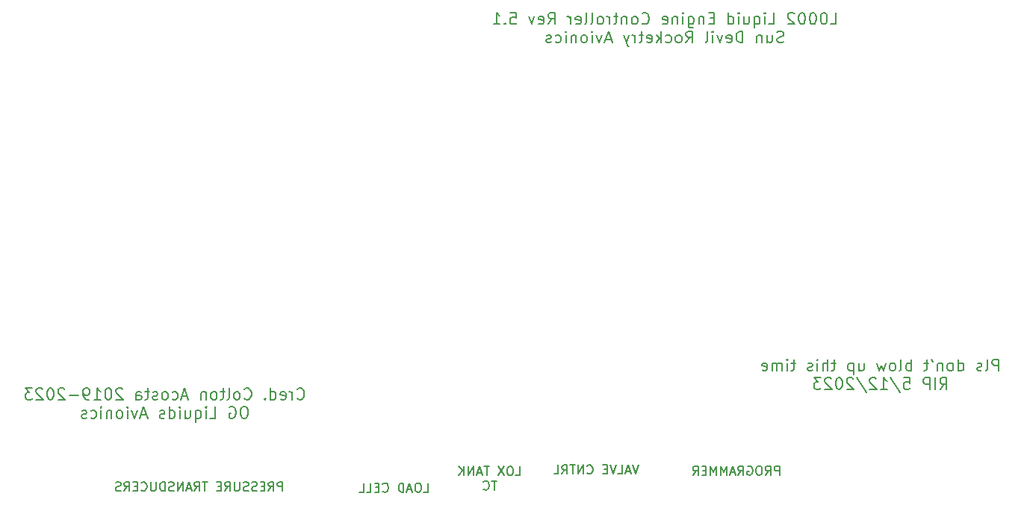
<source format=gbr>
%TF.GenerationSoftware,KiCad,Pcbnew,7.0.1*%
%TF.CreationDate,2023-06-09T14:16:41-07:00*%
%TF.ProjectId,Engine-Controller,456e6769-6e65-42d4-936f-6e74726f6c6c,1.0*%
%TF.SameCoordinates,Original*%
%TF.FileFunction,Legend,Bot*%
%TF.FilePolarity,Positive*%
%FSLAX46Y46*%
G04 Gerber Fmt 4.6, Leading zero omitted, Abs format (unit mm)*
G04 Created by KiCad (PCBNEW 7.0.1) date 2023-06-09 14:16:41*
%MOMM*%
%LPD*%
G01*
G04 APERTURE LIST*
%ADD10C,0.200000*%
%ADD11C,0.203200*%
G04 APERTURE END LIST*
D10*
X199228778Y-137749804D02*
X199228778Y-136449804D01*
X199228778Y-136449804D02*
X198733540Y-136449804D01*
X198733540Y-136449804D02*
X198609730Y-136511709D01*
X198609730Y-136511709D02*
X198547825Y-136573614D01*
X198547825Y-136573614D02*
X198485921Y-136697423D01*
X198485921Y-136697423D02*
X198485921Y-136883138D01*
X198485921Y-136883138D02*
X198547825Y-137006947D01*
X198547825Y-137006947D02*
X198609730Y-137068852D01*
X198609730Y-137068852D02*
X198733540Y-137130757D01*
X198733540Y-137130757D02*
X199228778Y-137130757D01*
X197743063Y-137749804D02*
X197866873Y-137687900D01*
X197866873Y-137687900D02*
X197928778Y-137564090D01*
X197928778Y-137564090D02*
X197928778Y-136449804D01*
X197309730Y-137687900D02*
X197185921Y-137749804D01*
X197185921Y-137749804D02*
X196938302Y-137749804D01*
X196938302Y-137749804D02*
X196814492Y-137687900D01*
X196814492Y-137687900D02*
X196752588Y-137564090D01*
X196752588Y-137564090D02*
X196752588Y-137502185D01*
X196752588Y-137502185D02*
X196814492Y-137378376D01*
X196814492Y-137378376D02*
X196938302Y-137316471D01*
X196938302Y-137316471D02*
X197124016Y-137316471D01*
X197124016Y-137316471D02*
X197247826Y-137254566D01*
X197247826Y-137254566D02*
X197309730Y-137130757D01*
X197309730Y-137130757D02*
X197309730Y-137068852D01*
X197309730Y-137068852D02*
X197247826Y-136945042D01*
X197247826Y-136945042D02*
X197124016Y-136883138D01*
X197124016Y-136883138D02*
X196938302Y-136883138D01*
X196938302Y-136883138D02*
X196814492Y-136945042D01*
X194647826Y-137749804D02*
X194647826Y-136449804D01*
X194647826Y-137687900D02*
X194771635Y-137749804D01*
X194771635Y-137749804D02*
X195019254Y-137749804D01*
X195019254Y-137749804D02*
X195143064Y-137687900D01*
X195143064Y-137687900D02*
X195204969Y-137625995D01*
X195204969Y-137625995D02*
X195266873Y-137502185D01*
X195266873Y-137502185D02*
X195266873Y-137130757D01*
X195266873Y-137130757D02*
X195204969Y-137006947D01*
X195204969Y-137006947D02*
X195143064Y-136945042D01*
X195143064Y-136945042D02*
X195019254Y-136883138D01*
X195019254Y-136883138D02*
X194771635Y-136883138D01*
X194771635Y-136883138D02*
X194647826Y-136945042D01*
X193843064Y-137749804D02*
X193966874Y-137687900D01*
X193966874Y-137687900D02*
X194028779Y-137625995D01*
X194028779Y-137625995D02*
X194090683Y-137502185D01*
X194090683Y-137502185D02*
X194090683Y-137130757D01*
X194090683Y-137130757D02*
X194028779Y-137006947D01*
X194028779Y-137006947D02*
X193966874Y-136945042D01*
X193966874Y-136945042D02*
X193843064Y-136883138D01*
X193843064Y-136883138D02*
X193657350Y-136883138D01*
X193657350Y-136883138D02*
X193533541Y-136945042D01*
X193533541Y-136945042D02*
X193471636Y-137006947D01*
X193471636Y-137006947D02*
X193409731Y-137130757D01*
X193409731Y-137130757D02*
X193409731Y-137502185D01*
X193409731Y-137502185D02*
X193471636Y-137625995D01*
X193471636Y-137625995D02*
X193533541Y-137687900D01*
X193533541Y-137687900D02*
X193657350Y-137749804D01*
X193657350Y-137749804D02*
X193843064Y-137749804D01*
X192852589Y-136883138D02*
X192852589Y-137749804D01*
X192852589Y-137006947D02*
X192790684Y-136945042D01*
X192790684Y-136945042D02*
X192666874Y-136883138D01*
X192666874Y-136883138D02*
X192481160Y-136883138D01*
X192481160Y-136883138D02*
X192357351Y-136945042D01*
X192357351Y-136945042D02*
X192295446Y-137068852D01*
X192295446Y-137068852D02*
X192295446Y-137749804D01*
X191614494Y-136449804D02*
X191738303Y-136697423D01*
X191243065Y-136883138D02*
X190747827Y-136883138D01*
X191057351Y-136449804D02*
X191057351Y-137564090D01*
X191057351Y-137564090D02*
X190995446Y-137687900D01*
X190995446Y-137687900D02*
X190871636Y-137749804D01*
X190871636Y-137749804D02*
X190747827Y-137749804D01*
X189324018Y-137749804D02*
X189324018Y-136449804D01*
X189324018Y-136945042D02*
X189200208Y-136883138D01*
X189200208Y-136883138D02*
X188952589Y-136883138D01*
X188952589Y-136883138D02*
X188828780Y-136945042D01*
X188828780Y-136945042D02*
X188766875Y-137006947D01*
X188766875Y-137006947D02*
X188704970Y-137130757D01*
X188704970Y-137130757D02*
X188704970Y-137502185D01*
X188704970Y-137502185D02*
X188766875Y-137625995D01*
X188766875Y-137625995D02*
X188828780Y-137687900D01*
X188828780Y-137687900D02*
X188952589Y-137749804D01*
X188952589Y-137749804D02*
X189200208Y-137749804D01*
X189200208Y-137749804D02*
X189324018Y-137687900D01*
X187962113Y-137749804D02*
X188085923Y-137687900D01*
X188085923Y-137687900D02*
X188147828Y-137564090D01*
X188147828Y-137564090D02*
X188147828Y-136449804D01*
X187281161Y-137749804D02*
X187404971Y-137687900D01*
X187404971Y-137687900D02*
X187466876Y-137625995D01*
X187466876Y-137625995D02*
X187528780Y-137502185D01*
X187528780Y-137502185D02*
X187528780Y-137130757D01*
X187528780Y-137130757D02*
X187466876Y-137006947D01*
X187466876Y-137006947D02*
X187404971Y-136945042D01*
X187404971Y-136945042D02*
X187281161Y-136883138D01*
X187281161Y-136883138D02*
X187095447Y-136883138D01*
X187095447Y-136883138D02*
X186971638Y-136945042D01*
X186971638Y-136945042D02*
X186909733Y-137006947D01*
X186909733Y-137006947D02*
X186847828Y-137130757D01*
X186847828Y-137130757D02*
X186847828Y-137502185D01*
X186847828Y-137502185D02*
X186909733Y-137625995D01*
X186909733Y-137625995D02*
X186971638Y-137687900D01*
X186971638Y-137687900D02*
X187095447Y-137749804D01*
X187095447Y-137749804D02*
X187281161Y-137749804D01*
X186414495Y-136883138D02*
X186166876Y-137749804D01*
X186166876Y-137749804D02*
X185919257Y-137130757D01*
X185919257Y-137130757D02*
X185671638Y-137749804D01*
X185671638Y-137749804D02*
X185424019Y-136883138D01*
X183381162Y-136883138D02*
X183381162Y-137749804D01*
X183938305Y-136883138D02*
X183938305Y-137564090D01*
X183938305Y-137564090D02*
X183876400Y-137687900D01*
X183876400Y-137687900D02*
X183752590Y-137749804D01*
X183752590Y-137749804D02*
X183566876Y-137749804D01*
X183566876Y-137749804D02*
X183443067Y-137687900D01*
X183443067Y-137687900D02*
X183381162Y-137625995D01*
X182762115Y-136883138D02*
X182762115Y-138183138D01*
X182762115Y-136945042D02*
X182638305Y-136883138D01*
X182638305Y-136883138D02*
X182390686Y-136883138D01*
X182390686Y-136883138D02*
X182266877Y-136945042D01*
X182266877Y-136945042D02*
X182204972Y-137006947D01*
X182204972Y-137006947D02*
X182143067Y-137130757D01*
X182143067Y-137130757D02*
X182143067Y-137502185D01*
X182143067Y-137502185D02*
X182204972Y-137625995D01*
X182204972Y-137625995D02*
X182266877Y-137687900D01*
X182266877Y-137687900D02*
X182390686Y-137749804D01*
X182390686Y-137749804D02*
X182638305Y-137749804D01*
X182638305Y-137749804D02*
X182762115Y-137687900D01*
X180781163Y-136883138D02*
X180285925Y-136883138D01*
X180595449Y-136449804D02*
X180595449Y-137564090D01*
X180595449Y-137564090D02*
X180533544Y-137687900D01*
X180533544Y-137687900D02*
X180409734Y-137749804D01*
X180409734Y-137749804D02*
X180285925Y-137749804D01*
X179852592Y-137749804D02*
X179852592Y-136449804D01*
X179295449Y-137749804D02*
X179295449Y-137068852D01*
X179295449Y-137068852D02*
X179357354Y-136945042D01*
X179357354Y-136945042D02*
X179481163Y-136883138D01*
X179481163Y-136883138D02*
X179666877Y-136883138D01*
X179666877Y-136883138D02*
X179790687Y-136945042D01*
X179790687Y-136945042D02*
X179852592Y-137006947D01*
X178676402Y-137749804D02*
X178676402Y-136883138D01*
X178676402Y-136449804D02*
X178738306Y-136511709D01*
X178738306Y-136511709D02*
X178676402Y-136573614D01*
X178676402Y-136573614D02*
X178614497Y-136511709D01*
X178614497Y-136511709D02*
X178676402Y-136449804D01*
X178676402Y-136449804D02*
X178676402Y-136573614D01*
X178119258Y-137687900D02*
X177995449Y-137749804D01*
X177995449Y-137749804D02*
X177747830Y-137749804D01*
X177747830Y-137749804D02*
X177624020Y-137687900D01*
X177624020Y-137687900D02*
X177562116Y-137564090D01*
X177562116Y-137564090D02*
X177562116Y-137502185D01*
X177562116Y-137502185D02*
X177624020Y-137378376D01*
X177624020Y-137378376D02*
X177747830Y-137316471D01*
X177747830Y-137316471D02*
X177933544Y-137316471D01*
X177933544Y-137316471D02*
X178057354Y-137254566D01*
X178057354Y-137254566D02*
X178119258Y-137130757D01*
X178119258Y-137130757D02*
X178119258Y-137068852D01*
X178119258Y-137068852D02*
X178057354Y-136945042D01*
X178057354Y-136945042D02*
X177933544Y-136883138D01*
X177933544Y-136883138D02*
X177747830Y-136883138D01*
X177747830Y-136883138D02*
X177624020Y-136945042D01*
X176200211Y-136883138D02*
X175704973Y-136883138D01*
X176014497Y-136449804D02*
X176014497Y-137564090D01*
X176014497Y-137564090D02*
X175952592Y-137687900D01*
X175952592Y-137687900D02*
X175828782Y-137749804D01*
X175828782Y-137749804D02*
X175704973Y-137749804D01*
X175271640Y-137749804D02*
X175271640Y-136883138D01*
X175271640Y-136449804D02*
X175333544Y-136511709D01*
X175333544Y-136511709D02*
X175271640Y-136573614D01*
X175271640Y-136573614D02*
X175209735Y-136511709D01*
X175209735Y-136511709D02*
X175271640Y-136449804D01*
X175271640Y-136449804D02*
X175271640Y-136573614D01*
X174652592Y-137749804D02*
X174652592Y-136883138D01*
X174652592Y-137006947D02*
X174590687Y-136945042D01*
X174590687Y-136945042D02*
X174466877Y-136883138D01*
X174466877Y-136883138D02*
X174281163Y-136883138D01*
X174281163Y-136883138D02*
X174157354Y-136945042D01*
X174157354Y-136945042D02*
X174095449Y-137068852D01*
X174095449Y-137068852D02*
X174095449Y-137749804D01*
X174095449Y-137068852D02*
X174033544Y-136945042D01*
X174033544Y-136945042D02*
X173909735Y-136883138D01*
X173909735Y-136883138D02*
X173724020Y-136883138D01*
X173724020Y-136883138D02*
X173600211Y-136945042D01*
X173600211Y-136945042D02*
X173538306Y-137068852D01*
X173538306Y-137068852D02*
X173538306Y-137749804D01*
X172424021Y-137687900D02*
X172547830Y-137749804D01*
X172547830Y-137749804D02*
X172795449Y-137749804D01*
X172795449Y-137749804D02*
X172919259Y-137687900D01*
X172919259Y-137687900D02*
X172981163Y-137564090D01*
X172981163Y-137564090D02*
X172981163Y-137068852D01*
X172981163Y-137068852D02*
X172919259Y-136945042D01*
X172919259Y-136945042D02*
X172795449Y-136883138D01*
X172795449Y-136883138D02*
X172547830Y-136883138D01*
X172547830Y-136883138D02*
X172424021Y-136945042D01*
X172424021Y-136945042D02*
X172362116Y-137068852D01*
X172362116Y-137068852D02*
X172362116Y-137192661D01*
X172362116Y-137192661D02*
X172981163Y-137316471D01*
X192574018Y-139855804D02*
X193007351Y-139236757D01*
X193316875Y-139855804D02*
X193316875Y-138555804D01*
X193316875Y-138555804D02*
X192821637Y-138555804D01*
X192821637Y-138555804D02*
X192697827Y-138617709D01*
X192697827Y-138617709D02*
X192635922Y-138679614D01*
X192635922Y-138679614D02*
X192574018Y-138803423D01*
X192574018Y-138803423D02*
X192574018Y-138989138D01*
X192574018Y-138989138D02*
X192635922Y-139112947D01*
X192635922Y-139112947D02*
X192697827Y-139174852D01*
X192697827Y-139174852D02*
X192821637Y-139236757D01*
X192821637Y-139236757D02*
X193316875Y-139236757D01*
X192016875Y-139855804D02*
X192016875Y-138555804D01*
X191397827Y-139855804D02*
X191397827Y-138555804D01*
X191397827Y-138555804D02*
X190902589Y-138555804D01*
X190902589Y-138555804D02*
X190778779Y-138617709D01*
X190778779Y-138617709D02*
X190716874Y-138679614D01*
X190716874Y-138679614D02*
X190654970Y-138803423D01*
X190654970Y-138803423D02*
X190654970Y-138989138D01*
X190654970Y-138989138D02*
X190716874Y-139112947D01*
X190716874Y-139112947D02*
X190778779Y-139174852D01*
X190778779Y-139174852D02*
X190902589Y-139236757D01*
X190902589Y-139236757D02*
X191397827Y-139236757D01*
X188488303Y-138555804D02*
X189107351Y-138555804D01*
X189107351Y-138555804D02*
X189169255Y-139174852D01*
X189169255Y-139174852D02*
X189107351Y-139112947D01*
X189107351Y-139112947D02*
X188983541Y-139051042D01*
X188983541Y-139051042D02*
X188674017Y-139051042D01*
X188674017Y-139051042D02*
X188550208Y-139112947D01*
X188550208Y-139112947D02*
X188488303Y-139174852D01*
X188488303Y-139174852D02*
X188426398Y-139298661D01*
X188426398Y-139298661D02*
X188426398Y-139608185D01*
X188426398Y-139608185D02*
X188488303Y-139731995D01*
X188488303Y-139731995D02*
X188550208Y-139793900D01*
X188550208Y-139793900D02*
X188674017Y-139855804D01*
X188674017Y-139855804D02*
X188983541Y-139855804D01*
X188983541Y-139855804D02*
X189107351Y-139793900D01*
X189107351Y-139793900D02*
X189169255Y-139731995D01*
X186940684Y-138493900D02*
X188054970Y-140165328D01*
X185826398Y-139855804D02*
X186569255Y-139855804D01*
X186197827Y-139855804D02*
X186197827Y-138555804D01*
X186197827Y-138555804D02*
X186321636Y-138741519D01*
X186321636Y-138741519D02*
X186445446Y-138865328D01*
X186445446Y-138865328D02*
X186569255Y-138927233D01*
X185331160Y-138679614D02*
X185269256Y-138617709D01*
X185269256Y-138617709D02*
X185145446Y-138555804D01*
X185145446Y-138555804D02*
X184835922Y-138555804D01*
X184835922Y-138555804D02*
X184712113Y-138617709D01*
X184712113Y-138617709D02*
X184650208Y-138679614D01*
X184650208Y-138679614D02*
X184588303Y-138803423D01*
X184588303Y-138803423D02*
X184588303Y-138927233D01*
X184588303Y-138927233D02*
X184650208Y-139112947D01*
X184650208Y-139112947D02*
X185393065Y-139855804D01*
X185393065Y-139855804D02*
X184588303Y-139855804D01*
X183102589Y-138493900D02*
X184216875Y-140165328D01*
X182731160Y-138679614D02*
X182669256Y-138617709D01*
X182669256Y-138617709D02*
X182545446Y-138555804D01*
X182545446Y-138555804D02*
X182235922Y-138555804D01*
X182235922Y-138555804D02*
X182112113Y-138617709D01*
X182112113Y-138617709D02*
X182050208Y-138679614D01*
X182050208Y-138679614D02*
X181988303Y-138803423D01*
X181988303Y-138803423D02*
X181988303Y-138927233D01*
X181988303Y-138927233D02*
X182050208Y-139112947D01*
X182050208Y-139112947D02*
X182793065Y-139855804D01*
X182793065Y-139855804D02*
X181988303Y-139855804D01*
X181183542Y-138555804D02*
X181059732Y-138555804D01*
X181059732Y-138555804D02*
X180935923Y-138617709D01*
X180935923Y-138617709D02*
X180874018Y-138679614D01*
X180874018Y-138679614D02*
X180812113Y-138803423D01*
X180812113Y-138803423D02*
X180750208Y-139051042D01*
X180750208Y-139051042D02*
X180750208Y-139360566D01*
X180750208Y-139360566D02*
X180812113Y-139608185D01*
X180812113Y-139608185D02*
X180874018Y-139731995D01*
X180874018Y-139731995D02*
X180935923Y-139793900D01*
X180935923Y-139793900D02*
X181059732Y-139855804D01*
X181059732Y-139855804D02*
X181183542Y-139855804D01*
X181183542Y-139855804D02*
X181307351Y-139793900D01*
X181307351Y-139793900D02*
X181369256Y-139731995D01*
X181369256Y-139731995D02*
X181431161Y-139608185D01*
X181431161Y-139608185D02*
X181493065Y-139360566D01*
X181493065Y-139360566D02*
X181493065Y-139051042D01*
X181493065Y-139051042D02*
X181431161Y-138803423D01*
X181431161Y-138803423D02*
X181369256Y-138679614D01*
X181369256Y-138679614D02*
X181307351Y-138617709D01*
X181307351Y-138617709D02*
X181183542Y-138555804D01*
X180254970Y-138679614D02*
X180193066Y-138617709D01*
X180193066Y-138617709D02*
X180069256Y-138555804D01*
X180069256Y-138555804D02*
X179759732Y-138555804D01*
X179759732Y-138555804D02*
X179635923Y-138617709D01*
X179635923Y-138617709D02*
X179574018Y-138679614D01*
X179574018Y-138679614D02*
X179512113Y-138803423D01*
X179512113Y-138803423D02*
X179512113Y-138927233D01*
X179512113Y-138927233D02*
X179574018Y-139112947D01*
X179574018Y-139112947D02*
X180316875Y-139855804D01*
X180316875Y-139855804D02*
X179512113Y-139855804D01*
X179078780Y-138555804D02*
X178274018Y-138555804D01*
X178274018Y-138555804D02*
X178707352Y-139051042D01*
X178707352Y-139051042D02*
X178521637Y-139051042D01*
X178521637Y-139051042D02*
X178397828Y-139112947D01*
X178397828Y-139112947D02*
X178335923Y-139174852D01*
X178335923Y-139174852D02*
X178274018Y-139298661D01*
X178274018Y-139298661D02*
X178274018Y-139608185D01*
X178274018Y-139608185D02*
X178335923Y-139731995D01*
X178335923Y-139731995D02*
X178397828Y-139793900D01*
X178397828Y-139793900D02*
X178521637Y-139855804D01*
X178521637Y-139855804D02*
X178893066Y-139855804D01*
X178893066Y-139855804D02*
X179016875Y-139793900D01*
X179016875Y-139793900D02*
X179078780Y-139731995D01*
X119710702Y-140902595D02*
X119772606Y-140964500D01*
X119772606Y-140964500D02*
X119958321Y-141026404D01*
X119958321Y-141026404D02*
X120082130Y-141026404D01*
X120082130Y-141026404D02*
X120267844Y-140964500D01*
X120267844Y-140964500D02*
X120391654Y-140840690D01*
X120391654Y-140840690D02*
X120453559Y-140716880D01*
X120453559Y-140716880D02*
X120515463Y-140469261D01*
X120515463Y-140469261D02*
X120515463Y-140283547D01*
X120515463Y-140283547D02*
X120453559Y-140035928D01*
X120453559Y-140035928D02*
X120391654Y-139912119D01*
X120391654Y-139912119D02*
X120267844Y-139788309D01*
X120267844Y-139788309D02*
X120082130Y-139726404D01*
X120082130Y-139726404D02*
X119958321Y-139726404D01*
X119958321Y-139726404D02*
X119772606Y-139788309D01*
X119772606Y-139788309D02*
X119710702Y-139850214D01*
X119153559Y-141026404D02*
X119153559Y-140159738D01*
X119153559Y-140407357D02*
X119091654Y-140283547D01*
X119091654Y-140283547D02*
X119029749Y-140221642D01*
X119029749Y-140221642D02*
X118905940Y-140159738D01*
X118905940Y-140159738D02*
X118782130Y-140159738D01*
X117853559Y-140964500D02*
X117977368Y-141026404D01*
X117977368Y-141026404D02*
X118224987Y-141026404D01*
X118224987Y-141026404D02*
X118348797Y-140964500D01*
X118348797Y-140964500D02*
X118410701Y-140840690D01*
X118410701Y-140840690D02*
X118410701Y-140345452D01*
X118410701Y-140345452D02*
X118348797Y-140221642D01*
X118348797Y-140221642D02*
X118224987Y-140159738D01*
X118224987Y-140159738D02*
X117977368Y-140159738D01*
X117977368Y-140159738D02*
X117853559Y-140221642D01*
X117853559Y-140221642D02*
X117791654Y-140345452D01*
X117791654Y-140345452D02*
X117791654Y-140469261D01*
X117791654Y-140469261D02*
X118410701Y-140593071D01*
X116677368Y-141026404D02*
X116677368Y-139726404D01*
X116677368Y-140964500D02*
X116801177Y-141026404D01*
X116801177Y-141026404D02*
X117048796Y-141026404D01*
X117048796Y-141026404D02*
X117172606Y-140964500D01*
X117172606Y-140964500D02*
X117234511Y-140902595D01*
X117234511Y-140902595D02*
X117296415Y-140778785D01*
X117296415Y-140778785D02*
X117296415Y-140407357D01*
X117296415Y-140407357D02*
X117234511Y-140283547D01*
X117234511Y-140283547D02*
X117172606Y-140221642D01*
X117172606Y-140221642D02*
X117048796Y-140159738D01*
X117048796Y-140159738D02*
X116801177Y-140159738D01*
X116801177Y-140159738D02*
X116677368Y-140221642D01*
X116058321Y-140902595D02*
X115996416Y-140964500D01*
X115996416Y-140964500D02*
X116058321Y-141026404D01*
X116058321Y-141026404D02*
X116120225Y-140964500D01*
X116120225Y-140964500D02*
X116058321Y-140902595D01*
X116058321Y-140902595D02*
X116058321Y-141026404D01*
X113705940Y-140902595D02*
X113767844Y-140964500D01*
X113767844Y-140964500D02*
X113953559Y-141026404D01*
X113953559Y-141026404D02*
X114077368Y-141026404D01*
X114077368Y-141026404D02*
X114263082Y-140964500D01*
X114263082Y-140964500D02*
X114386892Y-140840690D01*
X114386892Y-140840690D02*
X114448797Y-140716880D01*
X114448797Y-140716880D02*
X114510701Y-140469261D01*
X114510701Y-140469261D02*
X114510701Y-140283547D01*
X114510701Y-140283547D02*
X114448797Y-140035928D01*
X114448797Y-140035928D02*
X114386892Y-139912119D01*
X114386892Y-139912119D02*
X114263082Y-139788309D01*
X114263082Y-139788309D02*
X114077368Y-139726404D01*
X114077368Y-139726404D02*
X113953559Y-139726404D01*
X113953559Y-139726404D02*
X113767844Y-139788309D01*
X113767844Y-139788309D02*
X113705940Y-139850214D01*
X112963082Y-141026404D02*
X113086892Y-140964500D01*
X113086892Y-140964500D02*
X113148797Y-140902595D01*
X113148797Y-140902595D02*
X113210701Y-140778785D01*
X113210701Y-140778785D02*
X113210701Y-140407357D01*
X113210701Y-140407357D02*
X113148797Y-140283547D01*
X113148797Y-140283547D02*
X113086892Y-140221642D01*
X113086892Y-140221642D02*
X112963082Y-140159738D01*
X112963082Y-140159738D02*
X112777368Y-140159738D01*
X112777368Y-140159738D02*
X112653559Y-140221642D01*
X112653559Y-140221642D02*
X112591654Y-140283547D01*
X112591654Y-140283547D02*
X112529749Y-140407357D01*
X112529749Y-140407357D02*
X112529749Y-140778785D01*
X112529749Y-140778785D02*
X112591654Y-140902595D01*
X112591654Y-140902595D02*
X112653559Y-140964500D01*
X112653559Y-140964500D02*
X112777368Y-141026404D01*
X112777368Y-141026404D02*
X112963082Y-141026404D01*
X111786892Y-141026404D02*
X111910702Y-140964500D01*
X111910702Y-140964500D02*
X111972607Y-140840690D01*
X111972607Y-140840690D02*
X111972607Y-139726404D01*
X111477369Y-140159738D02*
X110982131Y-140159738D01*
X111291655Y-139726404D02*
X111291655Y-140840690D01*
X111291655Y-140840690D02*
X111229750Y-140964500D01*
X111229750Y-140964500D02*
X111105940Y-141026404D01*
X111105940Y-141026404D02*
X110982131Y-141026404D01*
X110363083Y-141026404D02*
X110486893Y-140964500D01*
X110486893Y-140964500D02*
X110548798Y-140902595D01*
X110548798Y-140902595D02*
X110610702Y-140778785D01*
X110610702Y-140778785D02*
X110610702Y-140407357D01*
X110610702Y-140407357D02*
X110548798Y-140283547D01*
X110548798Y-140283547D02*
X110486893Y-140221642D01*
X110486893Y-140221642D02*
X110363083Y-140159738D01*
X110363083Y-140159738D02*
X110177369Y-140159738D01*
X110177369Y-140159738D02*
X110053560Y-140221642D01*
X110053560Y-140221642D02*
X109991655Y-140283547D01*
X109991655Y-140283547D02*
X109929750Y-140407357D01*
X109929750Y-140407357D02*
X109929750Y-140778785D01*
X109929750Y-140778785D02*
X109991655Y-140902595D01*
X109991655Y-140902595D02*
X110053560Y-140964500D01*
X110053560Y-140964500D02*
X110177369Y-141026404D01*
X110177369Y-141026404D02*
X110363083Y-141026404D01*
X109372608Y-140159738D02*
X109372608Y-141026404D01*
X109372608Y-140283547D02*
X109310703Y-140221642D01*
X109310703Y-140221642D02*
X109186893Y-140159738D01*
X109186893Y-140159738D02*
X109001179Y-140159738D01*
X109001179Y-140159738D02*
X108877370Y-140221642D01*
X108877370Y-140221642D02*
X108815465Y-140345452D01*
X108815465Y-140345452D02*
X108815465Y-141026404D01*
X107267846Y-140654976D02*
X106648799Y-140654976D01*
X107391656Y-141026404D02*
X106958323Y-139726404D01*
X106958323Y-139726404D02*
X106524989Y-141026404D01*
X105534513Y-140964500D02*
X105658322Y-141026404D01*
X105658322Y-141026404D02*
X105905941Y-141026404D01*
X105905941Y-141026404D02*
X106029751Y-140964500D01*
X106029751Y-140964500D02*
X106091656Y-140902595D01*
X106091656Y-140902595D02*
X106153560Y-140778785D01*
X106153560Y-140778785D02*
X106153560Y-140407357D01*
X106153560Y-140407357D02*
X106091656Y-140283547D01*
X106091656Y-140283547D02*
X106029751Y-140221642D01*
X106029751Y-140221642D02*
X105905941Y-140159738D01*
X105905941Y-140159738D02*
X105658322Y-140159738D01*
X105658322Y-140159738D02*
X105534513Y-140221642D01*
X104791655Y-141026404D02*
X104915465Y-140964500D01*
X104915465Y-140964500D02*
X104977370Y-140902595D01*
X104977370Y-140902595D02*
X105039274Y-140778785D01*
X105039274Y-140778785D02*
X105039274Y-140407357D01*
X105039274Y-140407357D02*
X104977370Y-140283547D01*
X104977370Y-140283547D02*
X104915465Y-140221642D01*
X104915465Y-140221642D02*
X104791655Y-140159738D01*
X104791655Y-140159738D02*
X104605941Y-140159738D01*
X104605941Y-140159738D02*
X104482132Y-140221642D01*
X104482132Y-140221642D02*
X104420227Y-140283547D01*
X104420227Y-140283547D02*
X104358322Y-140407357D01*
X104358322Y-140407357D02*
X104358322Y-140778785D01*
X104358322Y-140778785D02*
X104420227Y-140902595D01*
X104420227Y-140902595D02*
X104482132Y-140964500D01*
X104482132Y-140964500D02*
X104605941Y-141026404D01*
X104605941Y-141026404D02*
X104791655Y-141026404D01*
X103863084Y-140964500D02*
X103739275Y-141026404D01*
X103739275Y-141026404D02*
X103491656Y-141026404D01*
X103491656Y-141026404D02*
X103367846Y-140964500D01*
X103367846Y-140964500D02*
X103305942Y-140840690D01*
X103305942Y-140840690D02*
X103305942Y-140778785D01*
X103305942Y-140778785D02*
X103367846Y-140654976D01*
X103367846Y-140654976D02*
X103491656Y-140593071D01*
X103491656Y-140593071D02*
X103677370Y-140593071D01*
X103677370Y-140593071D02*
X103801180Y-140531166D01*
X103801180Y-140531166D02*
X103863084Y-140407357D01*
X103863084Y-140407357D02*
X103863084Y-140345452D01*
X103863084Y-140345452D02*
X103801180Y-140221642D01*
X103801180Y-140221642D02*
X103677370Y-140159738D01*
X103677370Y-140159738D02*
X103491656Y-140159738D01*
X103491656Y-140159738D02*
X103367846Y-140221642D01*
X102934513Y-140159738D02*
X102439275Y-140159738D01*
X102748799Y-139726404D02*
X102748799Y-140840690D01*
X102748799Y-140840690D02*
X102686894Y-140964500D01*
X102686894Y-140964500D02*
X102563084Y-141026404D01*
X102563084Y-141026404D02*
X102439275Y-141026404D01*
X101448799Y-141026404D02*
X101448799Y-140345452D01*
X101448799Y-140345452D02*
X101510704Y-140221642D01*
X101510704Y-140221642D02*
X101634513Y-140159738D01*
X101634513Y-140159738D02*
X101882132Y-140159738D01*
X101882132Y-140159738D02*
X102005942Y-140221642D01*
X101448799Y-140964500D02*
X101572608Y-141026404D01*
X101572608Y-141026404D02*
X101882132Y-141026404D01*
X101882132Y-141026404D02*
X102005942Y-140964500D01*
X102005942Y-140964500D02*
X102067846Y-140840690D01*
X102067846Y-140840690D02*
X102067846Y-140716880D01*
X102067846Y-140716880D02*
X102005942Y-140593071D01*
X102005942Y-140593071D02*
X101882132Y-140531166D01*
X101882132Y-140531166D02*
X101572608Y-140531166D01*
X101572608Y-140531166D02*
X101448799Y-140469261D01*
X99901180Y-139850214D02*
X99839276Y-139788309D01*
X99839276Y-139788309D02*
X99715466Y-139726404D01*
X99715466Y-139726404D02*
X99405942Y-139726404D01*
X99405942Y-139726404D02*
X99282133Y-139788309D01*
X99282133Y-139788309D02*
X99220228Y-139850214D01*
X99220228Y-139850214D02*
X99158323Y-139974023D01*
X99158323Y-139974023D02*
X99158323Y-140097833D01*
X99158323Y-140097833D02*
X99220228Y-140283547D01*
X99220228Y-140283547D02*
X99963085Y-141026404D01*
X99963085Y-141026404D02*
X99158323Y-141026404D01*
X98353562Y-139726404D02*
X98229752Y-139726404D01*
X98229752Y-139726404D02*
X98105943Y-139788309D01*
X98105943Y-139788309D02*
X98044038Y-139850214D01*
X98044038Y-139850214D02*
X97982133Y-139974023D01*
X97982133Y-139974023D02*
X97920228Y-140221642D01*
X97920228Y-140221642D02*
X97920228Y-140531166D01*
X97920228Y-140531166D02*
X97982133Y-140778785D01*
X97982133Y-140778785D02*
X98044038Y-140902595D01*
X98044038Y-140902595D02*
X98105943Y-140964500D01*
X98105943Y-140964500D02*
X98229752Y-141026404D01*
X98229752Y-141026404D02*
X98353562Y-141026404D01*
X98353562Y-141026404D02*
X98477371Y-140964500D01*
X98477371Y-140964500D02*
X98539276Y-140902595D01*
X98539276Y-140902595D02*
X98601181Y-140778785D01*
X98601181Y-140778785D02*
X98663085Y-140531166D01*
X98663085Y-140531166D02*
X98663085Y-140221642D01*
X98663085Y-140221642D02*
X98601181Y-139974023D01*
X98601181Y-139974023D02*
X98539276Y-139850214D01*
X98539276Y-139850214D02*
X98477371Y-139788309D01*
X98477371Y-139788309D02*
X98353562Y-139726404D01*
X96682133Y-141026404D02*
X97424990Y-141026404D01*
X97053562Y-141026404D02*
X97053562Y-139726404D01*
X97053562Y-139726404D02*
X97177371Y-139912119D01*
X97177371Y-139912119D02*
X97301181Y-140035928D01*
X97301181Y-140035928D02*
X97424990Y-140097833D01*
X96063086Y-141026404D02*
X95815467Y-141026404D01*
X95815467Y-141026404D02*
X95691657Y-140964500D01*
X95691657Y-140964500D02*
X95629753Y-140902595D01*
X95629753Y-140902595D02*
X95505943Y-140716880D01*
X95505943Y-140716880D02*
X95444038Y-140469261D01*
X95444038Y-140469261D02*
X95444038Y-139974023D01*
X95444038Y-139974023D02*
X95505943Y-139850214D01*
X95505943Y-139850214D02*
X95567848Y-139788309D01*
X95567848Y-139788309D02*
X95691657Y-139726404D01*
X95691657Y-139726404D02*
X95939276Y-139726404D01*
X95939276Y-139726404D02*
X96063086Y-139788309D01*
X96063086Y-139788309D02*
X96124991Y-139850214D01*
X96124991Y-139850214D02*
X96186895Y-139974023D01*
X96186895Y-139974023D02*
X96186895Y-140283547D01*
X96186895Y-140283547D02*
X96124991Y-140407357D01*
X96124991Y-140407357D02*
X96063086Y-140469261D01*
X96063086Y-140469261D02*
X95939276Y-140531166D01*
X95939276Y-140531166D02*
X95691657Y-140531166D01*
X95691657Y-140531166D02*
X95567848Y-140469261D01*
X95567848Y-140469261D02*
X95505943Y-140407357D01*
X95505943Y-140407357D02*
X95444038Y-140283547D01*
X94886896Y-140531166D02*
X93896420Y-140531166D01*
X93339276Y-139850214D02*
X93277372Y-139788309D01*
X93277372Y-139788309D02*
X93153562Y-139726404D01*
X93153562Y-139726404D02*
X92844038Y-139726404D01*
X92844038Y-139726404D02*
X92720229Y-139788309D01*
X92720229Y-139788309D02*
X92658324Y-139850214D01*
X92658324Y-139850214D02*
X92596419Y-139974023D01*
X92596419Y-139974023D02*
X92596419Y-140097833D01*
X92596419Y-140097833D02*
X92658324Y-140283547D01*
X92658324Y-140283547D02*
X93401181Y-141026404D01*
X93401181Y-141026404D02*
X92596419Y-141026404D01*
X91791658Y-139726404D02*
X91667848Y-139726404D01*
X91667848Y-139726404D02*
X91544039Y-139788309D01*
X91544039Y-139788309D02*
X91482134Y-139850214D01*
X91482134Y-139850214D02*
X91420229Y-139974023D01*
X91420229Y-139974023D02*
X91358324Y-140221642D01*
X91358324Y-140221642D02*
X91358324Y-140531166D01*
X91358324Y-140531166D02*
X91420229Y-140778785D01*
X91420229Y-140778785D02*
X91482134Y-140902595D01*
X91482134Y-140902595D02*
X91544039Y-140964500D01*
X91544039Y-140964500D02*
X91667848Y-141026404D01*
X91667848Y-141026404D02*
X91791658Y-141026404D01*
X91791658Y-141026404D02*
X91915467Y-140964500D01*
X91915467Y-140964500D02*
X91977372Y-140902595D01*
X91977372Y-140902595D02*
X92039277Y-140778785D01*
X92039277Y-140778785D02*
X92101181Y-140531166D01*
X92101181Y-140531166D02*
X92101181Y-140221642D01*
X92101181Y-140221642D02*
X92039277Y-139974023D01*
X92039277Y-139974023D02*
X91977372Y-139850214D01*
X91977372Y-139850214D02*
X91915467Y-139788309D01*
X91915467Y-139788309D02*
X91791658Y-139726404D01*
X90863086Y-139850214D02*
X90801182Y-139788309D01*
X90801182Y-139788309D02*
X90677372Y-139726404D01*
X90677372Y-139726404D02*
X90367848Y-139726404D01*
X90367848Y-139726404D02*
X90244039Y-139788309D01*
X90244039Y-139788309D02*
X90182134Y-139850214D01*
X90182134Y-139850214D02*
X90120229Y-139974023D01*
X90120229Y-139974023D02*
X90120229Y-140097833D01*
X90120229Y-140097833D02*
X90182134Y-140283547D01*
X90182134Y-140283547D02*
X90924991Y-141026404D01*
X90924991Y-141026404D02*
X90120229Y-141026404D01*
X89686896Y-139726404D02*
X88882134Y-139726404D01*
X88882134Y-139726404D02*
X89315468Y-140221642D01*
X89315468Y-140221642D02*
X89129753Y-140221642D01*
X89129753Y-140221642D02*
X89005944Y-140283547D01*
X89005944Y-140283547D02*
X88944039Y-140345452D01*
X88944039Y-140345452D02*
X88882134Y-140469261D01*
X88882134Y-140469261D02*
X88882134Y-140778785D01*
X88882134Y-140778785D02*
X88944039Y-140902595D01*
X88944039Y-140902595D02*
X89005944Y-140964500D01*
X89005944Y-140964500D02*
X89129753Y-141026404D01*
X89129753Y-141026404D02*
X89501182Y-141026404D01*
X89501182Y-141026404D02*
X89624991Y-140964500D01*
X89624991Y-140964500D02*
X89686896Y-140902595D01*
X113829752Y-141832404D02*
X113582133Y-141832404D01*
X113582133Y-141832404D02*
X113458323Y-141894309D01*
X113458323Y-141894309D02*
X113334514Y-142018119D01*
X113334514Y-142018119D02*
X113272609Y-142265738D01*
X113272609Y-142265738D02*
X113272609Y-142699071D01*
X113272609Y-142699071D02*
X113334514Y-142946690D01*
X113334514Y-142946690D02*
X113458323Y-143070500D01*
X113458323Y-143070500D02*
X113582133Y-143132404D01*
X113582133Y-143132404D02*
X113829752Y-143132404D01*
X113829752Y-143132404D02*
X113953561Y-143070500D01*
X113953561Y-143070500D02*
X114077371Y-142946690D01*
X114077371Y-142946690D02*
X114139275Y-142699071D01*
X114139275Y-142699071D02*
X114139275Y-142265738D01*
X114139275Y-142265738D02*
X114077371Y-142018119D01*
X114077371Y-142018119D02*
X113953561Y-141894309D01*
X113953561Y-141894309D02*
X113829752Y-141832404D01*
X112034513Y-141894309D02*
X112158323Y-141832404D01*
X112158323Y-141832404D02*
X112344037Y-141832404D01*
X112344037Y-141832404D02*
X112529751Y-141894309D01*
X112529751Y-141894309D02*
X112653561Y-142018119D01*
X112653561Y-142018119D02*
X112715466Y-142141928D01*
X112715466Y-142141928D02*
X112777370Y-142389547D01*
X112777370Y-142389547D02*
X112777370Y-142575261D01*
X112777370Y-142575261D02*
X112715466Y-142822880D01*
X112715466Y-142822880D02*
X112653561Y-142946690D01*
X112653561Y-142946690D02*
X112529751Y-143070500D01*
X112529751Y-143070500D02*
X112344037Y-143132404D01*
X112344037Y-143132404D02*
X112220228Y-143132404D01*
X112220228Y-143132404D02*
X112034513Y-143070500D01*
X112034513Y-143070500D02*
X111972609Y-143008595D01*
X111972609Y-143008595D02*
X111972609Y-142575261D01*
X111972609Y-142575261D02*
X112220228Y-142575261D01*
X109805942Y-143132404D02*
X110424990Y-143132404D01*
X110424990Y-143132404D02*
X110424990Y-141832404D01*
X109372609Y-143132404D02*
X109372609Y-142265738D01*
X109372609Y-141832404D02*
X109434513Y-141894309D01*
X109434513Y-141894309D02*
X109372609Y-141956214D01*
X109372609Y-141956214D02*
X109310704Y-141894309D01*
X109310704Y-141894309D02*
X109372609Y-141832404D01*
X109372609Y-141832404D02*
X109372609Y-141956214D01*
X108196418Y-142265738D02*
X108196418Y-143565738D01*
X108196418Y-143070500D02*
X108320227Y-143132404D01*
X108320227Y-143132404D02*
X108567846Y-143132404D01*
X108567846Y-143132404D02*
X108691656Y-143070500D01*
X108691656Y-143070500D02*
X108753561Y-143008595D01*
X108753561Y-143008595D02*
X108815465Y-142884785D01*
X108815465Y-142884785D02*
X108815465Y-142513357D01*
X108815465Y-142513357D02*
X108753561Y-142389547D01*
X108753561Y-142389547D02*
X108691656Y-142327642D01*
X108691656Y-142327642D02*
X108567846Y-142265738D01*
X108567846Y-142265738D02*
X108320227Y-142265738D01*
X108320227Y-142265738D02*
X108196418Y-142327642D01*
X107020228Y-142265738D02*
X107020228Y-143132404D01*
X107577371Y-142265738D02*
X107577371Y-142946690D01*
X107577371Y-142946690D02*
X107515466Y-143070500D01*
X107515466Y-143070500D02*
X107391656Y-143132404D01*
X107391656Y-143132404D02*
X107205942Y-143132404D01*
X107205942Y-143132404D02*
X107082133Y-143070500D01*
X107082133Y-143070500D02*
X107020228Y-143008595D01*
X106401181Y-143132404D02*
X106401181Y-142265738D01*
X106401181Y-141832404D02*
X106463085Y-141894309D01*
X106463085Y-141894309D02*
X106401181Y-141956214D01*
X106401181Y-141956214D02*
X106339276Y-141894309D01*
X106339276Y-141894309D02*
X106401181Y-141832404D01*
X106401181Y-141832404D02*
X106401181Y-141956214D01*
X105224990Y-143132404D02*
X105224990Y-141832404D01*
X105224990Y-143070500D02*
X105348799Y-143132404D01*
X105348799Y-143132404D02*
X105596418Y-143132404D01*
X105596418Y-143132404D02*
X105720228Y-143070500D01*
X105720228Y-143070500D02*
X105782133Y-143008595D01*
X105782133Y-143008595D02*
X105844037Y-142884785D01*
X105844037Y-142884785D02*
X105844037Y-142513357D01*
X105844037Y-142513357D02*
X105782133Y-142389547D01*
X105782133Y-142389547D02*
X105720228Y-142327642D01*
X105720228Y-142327642D02*
X105596418Y-142265738D01*
X105596418Y-142265738D02*
X105348799Y-142265738D01*
X105348799Y-142265738D02*
X105224990Y-142327642D01*
X104667847Y-143070500D02*
X104544038Y-143132404D01*
X104544038Y-143132404D02*
X104296419Y-143132404D01*
X104296419Y-143132404D02*
X104172609Y-143070500D01*
X104172609Y-143070500D02*
X104110705Y-142946690D01*
X104110705Y-142946690D02*
X104110705Y-142884785D01*
X104110705Y-142884785D02*
X104172609Y-142760976D01*
X104172609Y-142760976D02*
X104296419Y-142699071D01*
X104296419Y-142699071D02*
X104482133Y-142699071D01*
X104482133Y-142699071D02*
X104605943Y-142637166D01*
X104605943Y-142637166D02*
X104667847Y-142513357D01*
X104667847Y-142513357D02*
X104667847Y-142451452D01*
X104667847Y-142451452D02*
X104605943Y-142327642D01*
X104605943Y-142327642D02*
X104482133Y-142265738D01*
X104482133Y-142265738D02*
X104296419Y-142265738D01*
X104296419Y-142265738D02*
X104172609Y-142327642D01*
X102624990Y-142760976D02*
X102005943Y-142760976D01*
X102748800Y-143132404D02*
X102315467Y-141832404D01*
X102315467Y-141832404D02*
X101882133Y-143132404D01*
X101572609Y-142265738D02*
X101263085Y-143132404D01*
X101263085Y-143132404D02*
X100953562Y-142265738D01*
X100458324Y-143132404D02*
X100458324Y-142265738D01*
X100458324Y-141832404D02*
X100520228Y-141894309D01*
X100520228Y-141894309D02*
X100458324Y-141956214D01*
X100458324Y-141956214D02*
X100396419Y-141894309D01*
X100396419Y-141894309D02*
X100458324Y-141832404D01*
X100458324Y-141832404D02*
X100458324Y-141956214D01*
X99653561Y-143132404D02*
X99777371Y-143070500D01*
X99777371Y-143070500D02*
X99839276Y-143008595D01*
X99839276Y-143008595D02*
X99901180Y-142884785D01*
X99901180Y-142884785D02*
X99901180Y-142513357D01*
X99901180Y-142513357D02*
X99839276Y-142389547D01*
X99839276Y-142389547D02*
X99777371Y-142327642D01*
X99777371Y-142327642D02*
X99653561Y-142265738D01*
X99653561Y-142265738D02*
X99467847Y-142265738D01*
X99467847Y-142265738D02*
X99344038Y-142327642D01*
X99344038Y-142327642D02*
X99282133Y-142389547D01*
X99282133Y-142389547D02*
X99220228Y-142513357D01*
X99220228Y-142513357D02*
X99220228Y-142884785D01*
X99220228Y-142884785D02*
X99282133Y-143008595D01*
X99282133Y-143008595D02*
X99344038Y-143070500D01*
X99344038Y-143070500D02*
X99467847Y-143132404D01*
X99467847Y-143132404D02*
X99653561Y-143132404D01*
X98663086Y-142265738D02*
X98663086Y-143132404D01*
X98663086Y-142389547D02*
X98601181Y-142327642D01*
X98601181Y-142327642D02*
X98477371Y-142265738D01*
X98477371Y-142265738D02*
X98291657Y-142265738D01*
X98291657Y-142265738D02*
X98167848Y-142327642D01*
X98167848Y-142327642D02*
X98105943Y-142451452D01*
X98105943Y-142451452D02*
X98105943Y-143132404D01*
X97486896Y-143132404D02*
X97486896Y-142265738D01*
X97486896Y-141832404D02*
X97548800Y-141894309D01*
X97548800Y-141894309D02*
X97486896Y-141956214D01*
X97486896Y-141956214D02*
X97424991Y-141894309D01*
X97424991Y-141894309D02*
X97486896Y-141832404D01*
X97486896Y-141832404D02*
X97486896Y-141956214D01*
X96310705Y-143070500D02*
X96434514Y-143132404D01*
X96434514Y-143132404D02*
X96682133Y-143132404D01*
X96682133Y-143132404D02*
X96805943Y-143070500D01*
X96805943Y-143070500D02*
X96867848Y-143008595D01*
X96867848Y-143008595D02*
X96929752Y-142884785D01*
X96929752Y-142884785D02*
X96929752Y-142513357D01*
X96929752Y-142513357D02*
X96867848Y-142389547D01*
X96867848Y-142389547D02*
X96805943Y-142327642D01*
X96805943Y-142327642D02*
X96682133Y-142265738D01*
X96682133Y-142265738D02*
X96434514Y-142265738D01*
X96434514Y-142265738D02*
X96310705Y-142327642D01*
X95815466Y-143070500D02*
X95691657Y-143132404D01*
X95691657Y-143132404D02*
X95444038Y-143132404D01*
X95444038Y-143132404D02*
X95320228Y-143070500D01*
X95320228Y-143070500D02*
X95258324Y-142946690D01*
X95258324Y-142946690D02*
X95258324Y-142884785D01*
X95258324Y-142884785D02*
X95320228Y-142760976D01*
X95320228Y-142760976D02*
X95444038Y-142699071D01*
X95444038Y-142699071D02*
X95629752Y-142699071D01*
X95629752Y-142699071D02*
X95753562Y-142637166D01*
X95753562Y-142637166D02*
X95815466Y-142513357D01*
X95815466Y-142513357D02*
X95815466Y-142451452D01*
X95815466Y-142451452D02*
X95753562Y-142327642D01*
X95753562Y-142327642D02*
X95629752Y-142265738D01*
X95629752Y-142265738D02*
X95444038Y-142265738D01*
X95444038Y-142265738D02*
X95320228Y-142327642D01*
D11*
X134046684Y-151523820D02*
X134530494Y-151523820D01*
X134530494Y-151523820D02*
X134530494Y-150507820D01*
X133514494Y-150507820D02*
X133320970Y-150507820D01*
X133320970Y-150507820D02*
X133224208Y-150556201D01*
X133224208Y-150556201D02*
X133127446Y-150652963D01*
X133127446Y-150652963D02*
X133079065Y-150846487D01*
X133079065Y-150846487D02*
X133079065Y-151185154D01*
X133079065Y-151185154D02*
X133127446Y-151378678D01*
X133127446Y-151378678D02*
X133224208Y-151475440D01*
X133224208Y-151475440D02*
X133320970Y-151523820D01*
X133320970Y-151523820D02*
X133514494Y-151523820D01*
X133514494Y-151523820D02*
X133611256Y-151475440D01*
X133611256Y-151475440D02*
X133708018Y-151378678D01*
X133708018Y-151378678D02*
X133756399Y-151185154D01*
X133756399Y-151185154D02*
X133756399Y-150846487D01*
X133756399Y-150846487D02*
X133708018Y-150652963D01*
X133708018Y-150652963D02*
X133611256Y-150556201D01*
X133611256Y-150556201D02*
X133514494Y-150507820D01*
X132692018Y-151233535D02*
X132208208Y-151233535D01*
X132788780Y-151523820D02*
X132450113Y-150507820D01*
X132450113Y-150507820D02*
X132111446Y-151523820D01*
X131772780Y-151523820D02*
X131772780Y-150507820D01*
X131772780Y-150507820D02*
X131530875Y-150507820D01*
X131530875Y-150507820D02*
X131385732Y-150556201D01*
X131385732Y-150556201D02*
X131288970Y-150652963D01*
X131288970Y-150652963D02*
X131240589Y-150749725D01*
X131240589Y-150749725D02*
X131192208Y-150943249D01*
X131192208Y-150943249D02*
X131192208Y-151088392D01*
X131192208Y-151088392D02*
X131240589Y-151281916D01*
X131240589Y-151281916D02*
X131288970Y-151378678D01*
X131288970Y-151378678D02*
X131385732Y-151475440D01*
X131385732Y-151475440D02*
X131530875Y-151523820D01*
X131530875Y-151523820D02*
X131772780Y-151523820D01*
X129402113Y-151427059D02*
X129450494Y-151475440D01*
X129450494Y-151475440D02*
X129595637Y-151523820D01*
X129595637Y-151523820D02*
X129692399Y-151523820D01*
X129692399Y-151523820D02*
X129837542Y-151475440D01*
X129837542Y-151475440D02*
X129934304Y-151378678D01*
X129934304Y-151378678D02*
X129982685Y-151281916D01*
X129982685Y-151281916D02*
X130031066Y-151088392D01*
X130031066Y-151088392D02*
X130031066Y-150943249D01*
X130031066Y-150943249D02*
X129982685Y-150749725D01*
X129982685Y-150749725D02*
X129934304Y-150652963D01*
X129934304Y-150652963D02*
X129837542Y-150556201D01*
X129837542Y-150556201D02*
X129692399Y-150507820D01*
X129692399Y-150507820D02*
X129595637Y-150507820D01*
X129595637Y-150507820D02*
X129450494Y-150556201D01*
X129450494Y-150556201D02*
X129402113Y-150604582D01*
X128966685Y-150991630D02*
X128628018Y-150991630D01*
X128482875Y-151523820D02*
X128966685Y-151523820D01*
X128966685Y-151523820D02*
X128966685Y-150507820D01*
X128966685Y-150507820D02*
X128482875Y-150507820D01*
X127563637Y-151523820D02*
X128047447Y-151523820D01*
X128047447Y-151523820D02*
X128047447Y-150507820D01*
X126741161Y-151523820D02*
X127224971Y-151523820D01*
X127224971Y-151523820D02*
X127224971Y-150507820D01*
X174380676Y-149593420D02*
X174380676Y-148577420D01*
X174380676Y-148577420D02*
X173993628Y-148577420D01*
X173993628Y-148577420D02*
X173896866Y-148625801D01*
X173896866Y-148625801D02*
X173848485Y-148674182D01*
X173848485Y-148674182D02*
X173800104Y-148770944D01*
X173800104Y-148770944D02*
X173800104Y-148916087D01*
X173800104Y-148916087D02*
X173848485Y-149012849D01*
X173848485Y-149012849D02*
X173896866Y-149061230D01*
X173896866Y-149061230D02*
X173993628Y-149109611D01*
X173993628Y-149109611D02*
X174380676Y-149109611D01*
X172784104Y-149593420D02*
X173122771Y-149109611D01*
X173364676Y-149593420D02*
X173364676Y-148577420D01*
X173364676Y-148577420D02*
X172977628Y-148577420D01*
X172977628Y-148577420D02*
X172880866Y-148625801D01*
X172880866Y-148625801D02*
X172832485Y-148674182D01*
X172832485Y-148674182D02*
X172784104Y-148770944D01*
X172784104Y-148770944D02*
X172784104Y-148916087D01*
X172784104Y-148916087D02*
X172832485Y-149012849D01*
X172832485Y-149012849D02*
X172880866Y-149061230D01*
X172880866Y-149061230D02*
X172977628Y-149109611D01*
X172977628Y-149109611D02*
X173364676Y-149109611D01*
X172155152Y-148577420D02*
X171961628Y-148577420D01*
X171961628Y-148577420D02*
X171864866Y-148625801D01*
X171864866Y-148625801D02*
X171768104Y-148722563D01*
X171768104Y-148722563D02*
X171719723Y-148916087D01*
X171719723Y-148916087D02*
X171719723Y-149254754D01*
X171719723Y-149254754D02*
X171768104Y-149448278D01*
X171768104Y-149448278D02*
X171864866Y-149545040D01*
X171864866Y-149545040D02*
X171961628Y-149593420D01*
X171961628Y-149593420D02*
X172155152Y-149593420D01*
X172155152Y-149593420D02*
X172251914Y-149545040D01*
X172251914Y-149545040D02*
X172348676Y-149448278D01*
X172348676Y-149448278D02*
X172397057Y-149254754D01*
X172397057Y-149254754D02*
X172397057Y-148916087D01*
X172397057Y-148916087D02*
X172348676Y-148722563D01*
X172348676Y-148722563D02*
X172251914Y-148625801D01*
X172251914Y-148625801D02*
X172155152Y-148577420D01*
X170752104Y-148625801D02*
X170848866Y-148577420D01*
X170848866Y-148577420D02*
X170994009Y-148577420D01*
X170994009Y-148577420D02*
X171139152Y-148625801D01*
X171139152Y-148625801D02*
X171235914Y-148722563D01*
X171235914Y-148722563D02*
X171284295Y-148819325D01*
X171284295Y-148819325D02*
X171332676Y-149012849D01*
X171332676Y-149012849D02*
X171332676Y-149157992D01*
X171332676Y-149157992D02*
X171284295Y-149351516D01*
X171284295Y-149351516D02*
X171235914Y-149448278D01*
X171235914Y-149448278D02*
X171139152Y-149545040D01*
X171139152Y-149545040D02*
X170994009Y-149593420D01*
X170994009Y-149593420D02*
X170897247Y-149593420D01*
X170897247Y-149593420D02*
X170752104Y-149545040D01*
X170752104Y-149545040D02*
X170703723Y-149496659D01*
X170703723Y-149496659D02*
X170703723Y-149157992D01*
X170703723Y-149157992D02*
X170897247Y-149157992D01*
X169687723Y-149593420D02*
X170026390Y-149109611D01*
X170268295Y-149593420D02*
X170268295Y-148577420D01*
X170268295Y-148577420D02*
X169881247Y-148577420D01*
X169881247Y-148577420D02*
X169784485Y-148625801D01*
X169784485Y-148625801D02*
X169736104Y-148674182D01*
X169736104Y-148674182D02*
X169687723Y-148770944D01*
X169687723Y-148770944D02*
X169687723Y-148916087D01*
X169687723Y-148916087D02*
X169736104Y-149012849D01*
X169736104Y-149012849D02*
X169784485Y-149061230D01*
X169784485Y-149061230D02*
X169881247Y-149109611D01*
X169881247Y-149109611D02*
X170268295Y-149109611D01*
X169300676Y-149303135D02*
X168816866Y-149303135D01*
X169397438Y-149593420D02*
X169058771Y-148577420D01*
X169058771Y-148577420D02*
X168720104Y-149593420D01*
X168381438Y-149593420D02*
X168381438Y-148577420D01*
X168381438Y-148577420D02*
X168042771Y-149303135D01*
X168042771Y-149303135D02*
X167704104Y-148577420D01*
X167704104Y-148577420D02*
X167704104Y-149593420D01*
X167220295Y-149593420D02*
X167220295Y-148577420D01*
X167220295Y-148577420D02*
X166881628Y-149303135D01*
X166881628Y-149303135D02*
X166542961Y-148577420D01*
X166542961Y-148577420D02*
X166542961Y-149593420D01*
X166059152Y-149061230D02*
X165720485Y-149061230D01*
X165575342Y-149593420D02*
X166059152Y-149593420D01*
X166059152Y-149593420D02*
X166059152Y-148577420D01*
X166059152Y-148577420D02*
X165575342Y-148577420D01*
X164559342Y-149593420D02*
X164898009Y-149109611D01*
X165139914Y-149593420D02*
X165139914Y-148577420D01*
X165139914Y-148577420D02*
X164752866Y-148577420D01*
X164752866Y-148577420D02*
X164656104Y-148625801D01*
X164656104Y-148625801D02*
X164607723Y-148674182D01*
X164607723Y-148674182D02*
X164559342Y-148770944D01*
X164559342Y-148770944D02*
X164559342Y-148916087D01*
X164559342Y-148916087D02*
X164607723Y-149012849D01*
X164607723Y-149012849D02*
X164656104Y-149061230D01*
X164656104Y-149061230D02*
X164752866Y-149109611D01*
X164752866Y-149109611D02*
X165139914Y-149109611D01*
X144480037Y-149634060D02*
X144963847Y-149634060D01*
X144963847Y-149634060D02*
X144963847Y-148618060D01*
X143947847Y-148618060D02*
X143754323Y-148618060D01*
X143754323Y-148618060D02*
X143657561Y-148666441D01*
X143657561Y-148666441D02*
X143560799Y-148763203D01*
X143560799Y-148763203D02*
X143512418Y-148956727D01*
X143512418Y-148956727D02*
X143512418Y-149295394D01*
X143512418Y-149295394D02*
X143560799Y-149488918D01*
X143560799Y-149488918D02*
X143657561Y-149585680D01*
X143657561Y-149585680D02*
X143754323Y-149634060D01*
X143754323Y-149634060D02*
X143947847Y-149634060D01*
X143947847Y-149634060D02*
X144044609Y-149585680D01*
X144044609Y-149585680D02*
X144141371Y-149488918D01*
X144141371Y-149488918D02*
X144189752Y-149295394D01*
X144189752Y-149295394D02*
X144189752Y-148956727D01*
X144189752Y-148956727D02*
X144141371Y-148763203D01*
X144141371Y-148763203D02*
X144044609Y-148666441D01*
X144044609Y-148666441D02*
X143947847Y-148618060D01*
X143173752Y-148618060D02*
X142496418Y-149634060D01*
X142496418Y-148618060D02*
X143173752Y-149634060D01*
X141480419Y-148618060D02*
X140899847Y-148618060D01*
X141190133Y-149634060D02*
X141190133Y-148618060D01*
X140609562Y-149343775D02*
X140125752Y-149343775D01*
X140706324Y-149634060D02*
X140367657Y-148618060D01*
X140367657Y-148618060D02*
X140028990Y-149634060D01*
X139690324Y-149634060D02*
X139690324Y-148618060D01*
X139690324Y-148618060D02*
X139109752Y-149634060D01*
X139109752Y-149634060D02*
X139109752Y-148618060D01*
X138625943Y-149634060D02*
X138625943Y-148618060D01*
X138045371Y-149634060D02*
X138480800Y-149053489D01*
X138045371Y-148618060D02*
X138625943Y-149198632D01*
X142327085Y-150263980D02*
X141746513Y-150263980D01*
X142036799Y-151279980D02*
X142036799Y-150263980D01*
X140827275Y-151183219D02*
X140875656Y-151231600D01*
X140875656Y-151231600D02*
X141020799Y-151279980D01*
X141020799Y-151279980D02*
X141117561Y-151279980D01*
X141117561Y-151279980D02*
X141262704Y-151231600D01*
X141262704Y-151231600D02*
X141359466Y-151134838D01*
X141359466Y-151134838D02*
X141407847Y-151038076D01*
X141407847Y-151038076D02*
X141456228Y-150844552D01*
X141456228Y-150844552D02*
X141456228Y-150699409D01*
X141456228Y-150699409D02*
X141407847Y-150505885D01*
X141407847Y-150505885D02*
X141359466Y-150409123D01*
X141359466Y-150409123D02*
X141262704Y-150312361D01*
X141262704Y-150312361D02*
X141117561Y-150263980D01*
X141117561Y-150263980D02*
X141020799Y-150263980D01*
X141020799Y-150263980D02*
X140875656Y-150312361D01*
X140875656Y-150312361D02*
X140827275Y-150360742D01*
X158433104Y-148450420D02*
X158094437Y-149466420D01*
X158094437Y-149466420D02*
X157755770Y-148450420D01*
X157465485Y-149176135D02*
X156981675Y-149176135D01*
X157562247Y-149466420D02*
X157223580Y-148450420D01*
X157223580Y-148450420D02*
X156884913Y-149466420D01*
X156062437Y-149466420D02*
X156546247Y-149466420D01*
X156546247Y-149466420D02*
X156546247Y-148450420D01*
X155868914Y-148450420D02*
X155530247Y-149466420D01*
X155530247Y-149466420D02*
X155191580Y-148450420D01*
X154852914Y-148934230D02*
X154514247Y-148934230D01*
X154369104Y-149466420D02*
X154852914Y-149466420D01*
X154852914Y-149466420D02*
X154852914Y-148450420D01*
X154852914Y-148450420D02*
X154369104Y-148450420D01*
X152579009Y-149369659D02*
X152627390Y-149418040D01*
X152627390Y-149418040D02*
X152772533Y-149466420D01*
X152772533Y-149466420D02*
X152869295Y-149466420D01*
X152869295Y-149466420D02*
X153014438Y-149418040D01*
X153014438Y-149418040D02*
X153111200Y-149321278D01*
X153111200Y-149321278D02*
X153159581Y-149224516D01*
X153159581Y-149224516D02*
X153207962Y-149030992D01*
X153207962Y-149030992D02*
X153207962Y-148885849D01*
X153207962Y-148885849D02*
X153159581Y-148692325D01*
X153159581Y-148692325D02*
X153111200Y-148595563D01*
X153111200Y-148595563D02*
X153014438Y-148498801D01*
X153014438Y-148498801D02*
X152869295Y-148450420D01*
X152869295Y-148450420D02*
X152772533Y-148450420D01*
X152772533Y-148450420D02*
X152627390Y-148498801D01*
X152627390Y-148498801D02*
X152579009Y-148547182D01*
X152143581Y-149466420D02*
X152143581Y-148450420D01*
X152143581Y-148450420D02*
X151563009Y-149466420D01*
X151563009Y-149466420D02*
X151563009Y-148450420D01*
X151224343Y-148450420D02*
X150643771Y-148450420D01*
X150934057Y-149466420D02*
X150934057Y-148450420D01*
X149724533Y-149466420D02*
X150063200Y-148982611D01*
X150305105Y-149466420D02*
X150305105Y-148450420D01*
X150305105Y-148450420D02*
X149918057Y-148450420D01*
X149918057Y-148450420D02*
X149821295Y-148498801D01*
X149821295Y-148498801D02*
X149772914Y-148547182D01*
X149772914Y-148547182D02*
X149724533Y-148643944D01*
X149724533Y-148643944D02*
X149724533Y-148789087D01*
X149724533Y-148789087D02*
X149772914Y-148885849D01*
X149772914Y-148885849D02*
X149821295Y-148934230D01*
X149821295Y-148934230D02*
X149918057Y-148982611D01*
X149918057Y-148982611D02*
X150305105Y-148982611D01*
X148805295Y-149466420D02*
X149289105Y-149466420D01*
X149289105Y-149466420D02*
X149289105Y-148450420D01*
X118044685Y-151396820D02*
X118044685Y-150380820D01*
X118044685Y-150380820D02*
X117657637Y-150380820D01*
X117657637Y-150380820D02*
X117560875Y-150429201D01*
X117560875Y-150429201D02*
X117512494Y-150477582D01*
X117512494Y-150477582D02*
X117464113Y-150574344D01*
X117464113Y-150574344D02*
X117464113Y-150719487D01*
X117464113Y-150719487D02*
X117512494Y-150816249D01*
X117512494Y-150816249D02*
X117560875Y-150864630D01*
X117560875Y-150864630D02*
X117657637Y-150913011D01*
X117657637Y-150913011D02*
X118044685Y-150913011D01*
X116448113Y-151396820D02*
X116786780Y-150913011D01*
X117028685Y-151396820D02*
X117028685Y-150380820D01*
X117028685Y-150380820D02*
X116641637Y-150380820D01*
X116641637Y-150380820D02*
X116544875Y-150429201D01*
X116544875Y-150429201D02*
X116496494Y-150477582D01*
X116496494Y-150477582D02*
X116448113Y-150574344D01*
X116448113Y-150574344D02*
X116448113Y-150719487D01*
X116448113Y-150719487D02*
X116496494Y-150816249D01*
X116496494Y-150816249D02*
X116544875Y-150864630D01*
X116544875Y-150864630D02*
X116641637Y-150913011D01*
X116641637Y-150913011D02*
X117028685Y-150913011D01*
X116012685Y-150864630D02*
X115674018Y-150864630D01*
X115528875Y-151396820D02*
X116012685Y-151396820D01*
X116012685Y-151396820D02*
X116012685Y-150380820D01*
X116012685Y-150380820D02*
X115528875Y-150380820D01*
X115141828Y-151348440D02*
X114996685Y-151396820D01*
X114996685Y-151396820D02*
X114754780Y-151396820D01*
X114754780Y-151396820D02*
X114658018Y-151348440D01*
X114658018Y-151348440D02*
X114609637Y-151300059D01*
X114609637Y-151300059D02*
X114561256Y-151203297D01*
X114561256Y-151203297D02*
X114561256Y-151106535D01*
X114561256Y-151106535D02*
X114609637Y-151009773D01*
X114609637Y-151009773D02*
X114658018Y-150961392D01*
X114658018Y-150961392D02*
X114754780Y-150913011D01*
X114754780Y-150913011D02*
X114948304Y-150864630D01*
X114948304Y-150864630D02*
X115045066Y-150816249D01*
X115045066Y-150816249D02*
X115093447Y-150767868D01*
X115093447Y-150767868D02*
X115141828Y-150671106D01*
X115141828Y-150671106D02*
X115141828Y-150574344D01*
X115141828Y-150574344D02*
X115093447Y-150477582D01*
X115093447Y-150477582D02*
X115045066Y-150429201D01*
X115045066Y-150429201D02*
X114948304Y-150380820D01*
X114948304Y-150380820D02*
X114706399Y-150380820D01*
X114706399Y-150380820D02*
X114561256Y-150429201D01*
X114174209Y-151348440D02*
X114029066Y-151396820D01*
X114029066Y-151396820D02*
X113787161Y-151396820D01*
X113787161Y-151396820D02*
X113690399Y-151348440D01*
X113690399Y-151348440D02*
X113642018Y-151300059D01*
X113642018Y-151300059D02*
X113593637Y-151203297D01*
X113593637Y-151203297D02*
X113593637Y-151106535D01*
X113593637Y-151106535D02*
X113642018Y-151009773D01*
X113642018Y-151009773D02*
X113690399Y-150961392D01*
X113690399Y-150961392D02*
X113787161Y-150913011D01*
X113787161Y-150913011D02*
X113980685Y-150864630D01*
X113980685Y-150864630D02*
X114077447Y-150816249D01*
X114077447Y-150816249D02*
X114125828Y-150767868D01*
X114125828Y-150767868D02*
X114174209Y-150671106D01*
X114174209Y-150671106D02*
X114174209Y-150574344D01*
X114174209Y-150574344D02*
X114125828Y-150477582D01*
X114125828Y-150477582D02*
X114077447Y-150429201D01*
X114077447Y-150429201D02*
X113980685Y-150380820D01*
X113980685Y-150380820D02*
X113738780Y-150380820D01*
X113738780Y-150380820D02*
X113593637Y-150429201D01*
X113158209Y-150380820D02*
X113158209Y-151203297D01*
X113158209Y-151203297D02*
X113109828Y-151300059D01*
X113109828Y-151300059D02*
X113061447Y-151348440D01*
X113061447Y-151348440D02*
X112964685Y-151396820D01*
X112964685Y-151396820D02*
X112771161Y-151396820D01*
X112771161Y-151396820D02*
X112674399Y-151348440D01*
X112674399Y-151348440D02*
X112626018Y-151300059D01*
X112626018Y-151300059D02*
X112577637Y-151203297D01*
X112577637Y-151203297D02*
X112577637Y-150380820D01*
X111513256Y-151396820D02*
X111851923Y-150913011D01*
X112093828Y-151396820D02*
X112093828Y-150380820D01*
X112093828Y-150380820D02*
X111706780Y-150380820D01*
X111706780Y-150380820D02*
X111610018Y-150429201D01*
X111610018Y-150429201D02*
X111561637Y-150477582D01*
X111561637Y-150477582D02*
X111513256Y-150574344D01*
X111513256Y-150574344D02*
X111513256Y-150719487D01*
X111513256Y-150719487D02*
X111561637Y-150816249D01*
X111561637Y-150816249D02*
X111610018Y-150864630D01*
X111610018Y-150864630D02*
X111706780Y-150913011D01*
X111706780Y-150913011D02*
X112093828Y-150913011D01*
X111077828Y-150864630D02*
X110739161Y-150864630D01*
X110594018Y-151396820D02*
X111077828Y-151396820D01*
X111077828Y-151396820D02*
X111077828Y-150380820D01*
X111077828Y-150380820D02*
X110594018Y-150380820D01*
X109529638Y-150380820D02*
X108949066Y-150380820D01*
X109239352Y-151396820D02*
X109239352Y-150380820D01*
X108029828Y-151396820D02*
X108368495Y-150913011D01*
X108610400Y-151396820D02*
X108610400Y-150380820D01*
X108610400Y-150380820D02*
X108223352Y-150380820D01*
X108223352Y-150380820D02*
X108126590Y-150429201D01*
X108126590Y-150429201D02*
X108078209Y-150477582D01*
X108078209Y-150477582D02*
X108029828Y-150574344D01*
X108029828Y-150574344D02*
X108029828Y-150719487D01*
X108029828Y-150719487D02*
X108078209Y-150816249D01*
X108078209Y-150816249D02*
X108126590Y-150864630D01*
X108126590Y-150864630D02*
X108223352Y-150913011D01*
X108223352Y-150913011D02*
X108610400Y-150913011D01*
X107642781Y-151106535D02*
X107158971Y-151106535D01*
X107739543Y-151396820D02*
X107400876Y-150380820D01*
X107400876Y-150380820D02*
X107062209Y-151396820D01*
X106723543Y-151396820D02*
X106723543Y-150380820D01*
X106723543Y-150380820D02*
X106142971Y-151396820D01*
X106142971Y-151396820D02*
X106142971Y-150380820D01*
X105707543Y-151348440D02*
X105562400Y-151396820D01*
X105562400Y-151396820D02*
X105320495Y-151396820D01*
X105320495Y-151396820D02*
X105223733Y-151348440D01*
X105223733Y-151348440D02*
X105175352Y-151300059D01*
X105175352Y-151300059D02*
X105126971Y-151203297D01*
X105126971Y-151203297D02*
X105126971Y-151106535D01*
X105126971Y-151106535D02*
X105175352Y-151009773D01*
X105175352Y-151009773D02*
X105223733Y-150961392D01*
X105223733Y-150961392D02*
X105320495Y-150913011D01*
X105320495Y-150913011D02*
X105514019Y-150864630D01*
X105514019Y-150864630D02*
X105610781Y-150816249D01*
X105610781Y-150816249D02*
X105659162Y-150767868D01*
X105659162Y-150767868D02*
X105707543Y-150671106D01*
X105707543Y-150671106D02*
X105707543Y-150574344D01*
X105707543Y-150574344D02*
X105659162Y-150477582D01*
X105659162Y-150477582D02*
X105610781Y-150429201D01*
X105610781Y-150429201D02*
X105514019Y-150380820D01*
X105514019Y-150380820D02*
X105272114Y-150380820D01*
X105272114Y-150380820D02*
X105126971Y-150429201D01*
X104691543Y-151396820D02*
X104691543Y-150380820D01*
X104691543Y-150380820D02*
X104449638Y-150380820D01*
X104449638Y-150380820D02*
X104304495Y-150429201D01*
X104304495Y-150429201D02*
X104207733Y-150525963D01*
X104207733Y-150525963D02*
X104159352Y-150622725D01*
X104159352Y-150622725D02*
X104110971Y-150816249D01*
X104110971Y-150816249D02*
X104110971Y-150961392D01*
X104110971Y-150961392D02*
X104159352Y-151154916D01*
X104159352Y-151154916D02*
X104207733Y-151251678D01*
X104207733Y-151251678D02*
X104304495Y-151348440D01*
X104304495Y-151348440D02*
X104449638Y-151396820D01*
X104449638Y-151396820D02*
X104691543Y-151396820D01*
X103675543Y-150380820D02*
X103675543Y-151203297D01*
X103675543Y-151203297D02*
X103627162Y-151300059D01*
X103627162Y-151300059D02*
X103578781Y-151348440D01*
X103578781Y-151348440D02*
X103482019Y-151396820D01*
X103482019Y-151396820D02*
X103288495Y-151396820D01*
X103288495Y-151396820D02*
X103191733Y-151348440D01*
X103191733Y-151348440D02*
X103143352Y-151300059D01*
X103143352Y-151300059D02*
X103094971Y-151203297D01*
X103094971Y-151203297D02*
X103094971Y-150380820D01*
X102030590Y-151300059D02*
X102078971Y-151348440D01*
X102078971Y-151348440D02*
X102224114Y-151396820D01*
X102224114Y-151396820D02*
X102320876Y-151396820D01*
X102320876Y-151396820D02*
X102466019Y-151348440D01*
X102466019Y-151348440D02*
X102562781Y-151251678D01*
X102562781Y-151251678D02*
X102611162Y-151154916D01*
X102611162Y-151154916D02*
X102659543Y-150961392D01*
X102659543Y-150961392D02*
X102659543Y-150816249D01*
X102659543Y-150816249D02*
X102611162Y-150622725D01*
X102611162Y-150622725D02*
X102562781Y-150525963D01*
X102562781Y-150525963D02*
X102466019Y-150429201D01*
X102466019Y-150429201D02*
X102320876Y-150380820D01*
X102320876Y-150380820D02*
X102224114Y-150380820D01*
X102224114Y-150380820D02*
X102078971Y-150429201D01*
X102078971Y-150429201D02*
X102030590Y-150477582D01*
X101595162Y-150864630D02*
X101256495Y-150864630D01*
X101111352Y-151396820D02*
X101595162Y-151396820D01*
X101595162Y-151396820D02*
X101595162Y-150380820D01*
X101595162Y-150380820D02*
X101111352Y-150380820D01*
X100095352Y-151396820D02*
X100434019Y-150913011D01*
X100675924Y-151396820D02*
X100675924Y-150380820D01*
X100675924Y-150380820D02*
X100288876Y-150380820D01*
X100288876Y-150380820D02*
X100192114Y-150429201D01*
X100192114Y-150429201D02*
X100143733Y-150477582D01*
X100143733Y-150477582D02*
X100095352Y-150574344D01*
X100095352Y-150574344D02*
X100095352Y-150719487D01*
X100095352Y-150719487D02*
X100143733Y-150816249D01*
X100143733Y-150816249D02*
X100192114Y-150864630D01*
X100192114Y-150864630D02*
X100288876Y-150913011D01*
X100288876Y-150913011D02*
X100675924Y-150913011D01*
X99708305Y-151348440D02*
X99563162Y-151396820D01*
X99563162Y-151396820D02*
X99321257Y-151396820D01*
X99321257Y-151396820D02*
X99224495Y-151348440D01*
X99224495Y-151348440D02*
X99176114Y-151300059D01*
X99176114Y-151300059D02*
X99127733Y-151203297D01*
X99127733Y-151203297D02*
X99127733Y-151106535D01*
X99127733Y-151106535D02*
X99176114Y-151009773D01*
X99176114Y-151009773D02*
X99224495Y-150961392D01*
X99224495Y-150961392D02*
X99321257Y-150913011D01*
X99321257Y-150913011D02*
X99514781Y-150864630D01*
X99514781Y-150864630D02*
X99611543Y-150816249D01*
X99611543Y-150816249D02*
X99659924Y-150767868D01*
X99659924Y-150767868D02*
X99708305Y-150671106D01*
X99708305Y-150671106D02*
X99708305Y-150574344D01*
X99708305Y-150574344D02*
X99659924Y-150477582D01*
X99659924Y-150477582D02*
X99611543Y-150429201D01*
X99611543Y-150429201D02*
X99514781Y-150380820D01*
X99514781Y-150380820D02*
X99272876Y-150380820D01*
X99272876Y-150380820D02*
X99127733Y-150429201D01*
D10*
X180148739Y-98405204D02*
X180767787Y-98405204D01*
X180767787Y-98405204D02*
X180767787Y-97105204D01*
X179467787Y-97105204D02*
X179343977Y-97105204D01*
X179343977Y-97105204D02*
X179220168Y-97167109D01*
X179220168Y-97167109D02*
X179158263Y-97229014D01*
X179158263Y-97229014D02*
X179096358Y-97352823D01*
X179096358Y-97352823D02*
X179034453Y-97600442D01*
X179034453Y-97600442D02*
X179034453Y-97909966D01*
X179034453Y-97909966D02*
X179096358Y-98157585D01*
X179096358Y-98157585D02*
X179158263Y-98281395D01*
X179158263Y-98281395D02*
X179220168Y-98343300D01*
X179220168Y-98343300D02*
X179343977Y-98405204D01*
X179343977Y-98405204D02*
X179467787Y-98405204D01*
X179467787Y-98405204D02*
X179591596Y-98343300D01*
X179591596Y-98343300D02*
X179653501Y-98281395D01*
X179653501Y-98281395D02*
X179715406Y-98157585D01*
X179715406Y-98157585D02*
X179777310Y-97909966D01*
X179777310Y-97909966D02*
X179777310Y-97600442D01*
X179777310Y-97600442D02*
X179715406Y-97352823D01*
X179715406Y-97352823D02*
X179653501Y-97229014D01*
X179653501Y-97229014D02*
X179591596Y-97167109D01*
X179591596Y-97167109D02*
X179467787Y-97105204D01*
X178229692Y-97105204D02*
X178105882Y-97105204D01*
X178105882Y-97105204D02*
X177982073Y-97167109D01*
X177982073Y-97167109D02*
X177920168Y-97229014D01*
X177920168Y-97229014D02*
X177858263Y-97352823D01*
X177858263Y-97352823D02*
X177796358Y-97600442D01*
X177796358Y-97600442D02*
X177796358Y-97909966D01*
X177796358Y-97909966D02*
X177858263Y-98157585D01*
X177858263Y-98157585D02*
X177920168Y-98281395D01*
X177920168Y-98281395D02*
X177982073Y-98343300D01*
X177982073Y-98343300D02*
X178105882Y-98405204D01*
X178105882Y-98405204D02*
X178229692Y-98405204D01*
X178229692Y-98405204D02*
X178353501Y-98343300D01*
X178353501Y-98343300D02*
X178415406Y-98281395D01*
X178415406Y-98281395D02*
X178477311Y-98157585D01*
X178477311Y-98157585D02*
X178539215Y-97909966D01*
X178539215Y-97909966D02*
X178539215Y-97600442D01*
X178539215Y-97600442D02*
X178477311Y-97352823D01*
X178477311Y-97352823D02*
X178415406Y-97229014D01*
X178415406Y-97229014D02*
X178353501Y-97167109D01*
X178353501Y-97167109D02*
X178229692Y-97105204D01*
X176991597Y-97105204D02*
X176867787Y-97105204D01*
X176867787Y-97105204D02*
X176743978Y-97167109D01*
X176743978Y-97167109D02*
X176682073Y-97229014D01*
X176682073Y-97229014D02*
X176620168Y-97352823D01*
X176620168Y-97352823D02*
X176558263Y-97600442D01*
X176558263Y-97600442D02*
X176558263Y-97909966D01*
X176558263Y-97909966D02*
X176620168Y-98157585D01*
X176620168Y-98157585D02*
X176682073Y-98281395D01*
X176682073Y-98281395D02*
X176743978Y-98343300D01*
X176743978Y-98343300D02*
X176867787Y-98405204D01*
X176867787Y-98405204D02*
X176991597Y-98405204D01*
X176991597Y-98405204D02*
X177115406Y-98343300D01*
X177115406Y-98343300D02*
X177177311Y-98281395D01*
X177177311Y-98281395D02*
X177239216Y-98157585D01*
X177239216Y-98157585D02*
X177301120Y-97909966D01*
X177301120Y-97909966D02*
X177301120Y-97600442D01*
X177301120Y-97600442D02*
X177239216Y-97352823D01*
X177239216Y-97352823D02*
X177177311Y-97229014D01*
X177177311Y-97229014D02*
X177115406Y-97167109D01*
X177115406Y-97167109D02*
X176991597Y-97105204D01*
X176063025Y-97229014D02*
X176001121Y-97167109D01*
X176001121Y-97167109D02*
X175877311Y-97105204D01*
X175877311Y-97105204D02*
X175567787Y-97105204D01*
X175567787Y-97105204D02*
X175443978Y-97167109D01*
X175443978Y-97167109D02*
X175382073Y-97229014D01*
X175382073Y-97229014D02*
X175320168Y-97352823D01*
X175320168Y-97352823D02*
X175320168Y-97476633D01*
X175320168Y-97476633D02*
X175382073Y-97662347D01*
X175382073Y-97662347D02*
X176124930Y-98405204D01*
X176124930Y-98405204D02*
X175320168Y-98405204D01*
X173153502Y-98405204D02*
X173772550Y-98405204D01*
X173772550Y-98405204D02*
X173772550Y-97105204D01*
X172720169Y-98405204D02*
X172720169Y-97538538D01*
X172720169Y-97105204D02*
X172782073Y-97167109D01*
X172782073Y-97167109D02*
X172720169Y-97229014D01*
X172720169Y-97229014D02*
X172658264Y-97167109D01*
X172658264Y-97167109D02*
X172720169Y-97105204D01*
X172720169Y-97105204D02*
X172720169Y-97229014D01*
X171543978Y-97538538D02*
X171543978Y-98838538D01*
X171543978Y-98343300D02*
X171667787Y-98405204D01*
X171667787Y-98405204D02*
X171915406Y-98405204D01*
X171915406Y-98405204D02*
X172039216Y-98343300D01*
X172039216Y-98343300D02*
X172101121Y-98281395D01*
X172101121Y-98281395D02*
X172163025Y-98157585D01*
X172163025Y-98157585D02*
X172163025Y-97786157D01*
X172163025Y-97786157D02*
X172101121Y-97662347D01*
X172101121Y-97662347D02*
X172039216Y-97600442D01*
X172039216Y-97600442D02*
X171915406Y-97538538D01*
X171915406Y-97538538D02*
X171667787Y-97538538D01*
X171667787Y-97538538D02*
X171543978Y-97600442D01*
X170367788Y-97538538D02*
X170367788Y-98405204D01*
X170924931Y-97538538D02*
X170924931Y-98219490D01*
X170924931Y-98219490D02*
X170863026Y-98343300D01*
X170863026Y-98343300D02*
X170739216Y-98405204D01*
X170739216Y-98405204D02*
X170553502Y-98405204D01*
X170553502Y-98405204D02*
X170429693Y-98343300D01*
X170429693Y-98343300D02*
X170367788Y-98281395D01*
X169748741Y-98405204D02*
X169748741Y-97538538D01*
X169748741Y-97105204D02*
X169810645Y-97167109D01*
X169810645Y-97167109D02*
X169748741Y-97229014D01*
X169748741Y-97229014D02*
X169686836Y-97167109D01*
X169686836Y-97167109D02*
X169748741Y-97105204D01*
X169748741Y-97105204D02*
X169748741Y-97229014D01*
X168572550Y-98405204D02*
X168572550Y-97105204D01*
X168572550Y-98343300D02*
X168696359Y-98405204D01*
X168696359Y-98405204D02*
X168943978Y-98405204D01*
X168943978Y-98405204D02*
X169067788Y-98343300D01*
X169067788Y-98343300D02*
X169129693Y-98281395D01*
X169129693Y-98281395D02*
X169191597Y-98157585D01*
X169191597Y-98157585D02*
X169191597Y-97786157D01*
X169191597Y-97786157D02*
X169129693Y-97662347D01*
X169129693Y-97662347D02*
X169067788Y-97600442D01*
X169067788Y-97600442D02*
X168943978Y-97538538D01*
X168943978Y-97538538D02*
X168696359Y-97538538D01*
X168696359Y-97538538D02*
X168572550Y-97600442D01*
X166963027Y-97724252D02*
X166529693Y-97724252D01*
X166343979Y-98405204D02*
X166963027Y-98405204D01*
X166963027Y-98405204D02*
X166963027Y-97105204D01*
X166963027Y-97105204D02*
X166343979Y-97105204D01*
X165786837Y-97538538D02*
X165786837Y-98405204D01*
X165786837Y-97662347D02*
X165724932Y-97600442D01*
X165724932Y-97600442D02*
X165601122Y-97538538D01*
X165601122Y-97538538D02*
X165415408Y-97538538D01*
X165415408Y-97538538D02*
X165291599Y-97600442D01*
X165291599Y-97600442D02*
X165229694Y-97724252D01*
X165229694Y-97724252D02*
X165229694Y-98405204D01*
X164053504Y-97538538D02*
X164053504Y-98590919D01*
X164053504Y-98590919D02*
X164115409Y-98714728D01*
X164115409Y-98714728D02*
X164177313Y-98776633D01*
X164177313Y-98776633D02*
X164301123Y-98838538D01*
X164301123Y-98838538D02*
X164486837Y-98838538D01*
X164486837Y-98838538D02*
X164610647Y-98776633D01*
X164053504Y-98343300D02*
X164177313Y-98405204D01*
X164177313Y-98405204D02*
X164424932Y-98405204D01*
X164424932Y-98405204D02*
X164548742Y-98343300D01*
X164548742Y-98343300D02*
X164610647Y-98281395D01*
X164610647Y-98281395D02*
X164672551Y-98157585D01*
X164672551Y-98157585D02*
X164672551Y-97786157D01*
X164672551Y-97786157D02*
X164610647Y-97662347D01*
X164610647Y-97662347D02*
X164548742Y-97600442D01*
X164548742Y-97600442D02*
X164424932Y-97538538D01*
X164424932Y-97538538D02*
X164177313Y-97538538D01*
X164177313Y-97538538D02*
X164053504Y-97600442D01*
X163434457Y-98405204D02*
X163434457Y-97538538D01*
X163434457Y-97105204D02*
X163496361Y-97167109D01*
X163496361Y-97167109D02*
X163434457Y-97229014D01*
X163434457Y-97229014D02*
X163372552Y-97167109D01*
X163372552Y-97167109D02*
X163434457Y-97105204D01*
X163434457Y-97105204D02*
X163434457Y-97229014D01*
X162815409Y-97538538D02*
X162815409Y-98405204D01*
X162815409Y-97662347D02*
X162753504Y-97600442D01*
X162753504Y-97600442D02*
X162629694Y-97538538D01*
X162629694Y-97538538D02*
X162443980Y-97538538D01*
X162443980Y-97538538D02*
X162320171Y-97600442D01*
X162320171Y-97600442D02*
X162258266Y-97724252D01*
X162258266Y-97724252D02*
X162258266Y-98405204D01*
X161143981Y-98343300D02*
X161267790Y-98405204D01*
X161267790Y-98405204D02*
X161515409Y-98405204D01*
X161515409Y-98405204D02*
X161639219Y-98343300D01*
X161639219Y-98343300D02*
X161701123Y-98219490D01*
X161701123Y-98219490D02*
X161701123Y-97724252D01*
X161701123Y-97724252D02*
X161639219Y-97600442D01*
X161639219Y-97600442D02*
X161515409Y-97538538D01*
X161515409Y-97538538D02*
X161267790Y-97538538D01*
X161267790Y-97538538D02*
X161143981Y-97600442D01*
X161143981Y-97600442D02*
X161082076Y-97724252D01*
X161082076Y-97724252D02*
X161082076Y-97848061D01*
X161082076Y-97848061D02*
X161701123Y-97971871D01*
X158791600Y-98281395D02*
X158853504Y-98343300D01*
X158853504Y-98343300D02*
X159039219Y-98405204D01*
X159039219Y-98405204D02*
X159163028Y-98405204D01*
X159163028Y-98405204D02*
X159348742Y-98343300D01*
X159348742Y-98343300D02*
X159472552Y-98219490D01*
X159472552Y-98219490D02*
X159534457Y-98095680D01*
X159534457Y-98095680D02*
X159596361Y-97848061D01*
X159596361Y-97848061D02*
X159596361Y-97662347D01*
X159596361Y-97662347D02*
X159534457Y-97414728D01*
X159534457Y-97414728D02*
X159472552Y-97290919D01*
X159472552Y-97290919D02*
X159348742Y-97167109D01*
X159348742Y-97167109D02*
X159163028Y-97105204D01*
X159163028Y-97105204D02*
X159039219Y-97105204D01*
X159039219Y-97105204D02*
X158853504Y-97167109D01*
X158853504Y-97167109D02*
X158791600Y-97229014D01*
X158048742Y-98405204D02*
X158172552Y-98343300D01*
X158172552Y-98343300D02*
X158234457Y-98281395D01*
X158234457Y-98281395D02*
X158296361Y-98157585D01*
X158296361Y-98157585D02*
X158296361Y-97786157D01*
X158296361Y-97786157D02*
X158234457Y-97662347D01*
X158234457Y-97662347D02*
X158172552Y-97600442D01*
X158172552Y-97600442D02*
X158048742Y-97538538D01*
X158048742Y-97538538D02*
X157863028Y-97538538D01*
X157863028Y-97538538D02*
X157739219Y-97600442D01*
X157739219Y-97600442D02*
X157677314Y-97662347D01*
X157677314Y-97662347D02*
X157615409Y-97786157D01*
X157615409Y-97786157D02*
X157615409Y-98157585D01*
X157615409Y-98157585D02*
X157677314Y-98281395D01*
X157677314Y-98281395D02*
X157739219Y-98343300D01*
X157739219Y-98343300D02*
X157863028Y-98405204D01*
X157863028Y-98405204D02*
X158048742Y-98405204D01*
X157058267Y-97538538D02*
X157058267Y-98405204D01*
X157058267Y-97662347D02*
X156996362Y-97600442D01*
X156996362Y-97600442D02*
X156872552Y-97538538D01*
X156872552Y-97538538D02*
X156686838Y-97538538D01*
X156686838Y-97538538D02*
X156563029Y-97600442D01*
X156563029Y-97600442D02*
X156501124Y-97724252D01*
X156501124Y-97724252D02*
X156501124Y-98405204D01*
X156067791Y-97538538D02*
X155572553Y-97538538D01*
X155882077Y-97105204D02*
X155882077Y-98219490D01*
X155882077Y-98219490D02*
X155820172Y-98343300D01*
X155820172Y-98343300D02*
X155696362Y-98405204D01*
X155696362Y-98405204D02*
X155572553Y-98405204D01*
X155139220Y-98405204D02*
X155139220Y-97538538D01*
X155139220Y-97786157D02*
X155077315Y-97662347D01*
X155077315Y-97662347D02*
X155015410Y-97600442D01*
X155015410Y-97600442D02*
X154891601Y-97538538D01*
X154891601Y-97538538D02*
X154767791Y-97538538D01*
X154148743Y-98405204D02*
X154272553Y-98343300D01*
X154272553Y-98343300D02*
X154334458Y-98281395D01*
X154334458Y-98281395D02*
X154396362Y-98157585D01*
X154396362Y-98157585D02*
X154396362Y-97786157D01*
X154396362Y-97786157D02*
X154334458Y-97662347D01*
X154334458Y-97662347D02*
X154272553Y-97600442D01*
X154272553Y-97600442D02*
X154148743Y-97538538D01*
X154148743Y-97538538D02*
X153963029Y-97538538D01*
X153963029Y-97538538D02*
X153839220Y-97600442D01*
X153839220Y-97600442D02*
X153777315Y-97662347D01*
X153777315Y-97662347D02*
X153715410Y-97786157D01*
X153715410Y-97786157D02*
X153715410Y-98157585D01*
X153715410Y-98157585D02*
X153777315Y-98281395D01*
X153777315Y-98281395D02*
X153839220Y-98343300D01*
X153839220Y-98343300D02*
X153963029Y-98405204D01*
X153963029Y-98405204D02*
X154148743Y-98405204D01*
X152972553Y-98405204D02*
X153096363Y-98343300D01*
X153096363Y-98343300D02*
X153158268Y-98219490D01*
X153158268Y-98219490D02*
X153158268Y-97105204D01*
X152291601Y-98405204D02*
X152415411Y-98343300D01*
X152415411Y-98343300D02*
X152477316Y-98219490D01*
X152477316Y-98219490D02*
X152477316Y-97105204D01*
X151301126Y-98343300D02*
X151424935Y-98405204D01*
X151424935Y-98405204D02*
X151672554Y-98405204D01*
X151672554Y-98405204D02*
X151796364Y-98343300D01*
X151796364Y-98343300D02*
X151858268Y-98219490D01*
X151858268Y-98219490D02*
X151858268Y-97724252D01*
X151858268Y-97724252D02*
X151796364Y-97600442D01*
X151796364Y-97600442D02*
X151672554Y-97538538D01*
X151672554Y-97538538D02*
X151424935Y-97538538D01*
X151424935Y-97538538D02*
X151301126Y-97600442D01*
X151301126Y-97600442D02*
X151239221Y-97724252D01*
X151239221Y-97724252D02*
X151239221Y-97848061D01*
X151239221Y-97848061D02*
X151858268Y-97971871D01*
X150682078Y-98405204D02*
X150682078Y-97538538D01*
X150682078Y-97786157D02*
X150620173Y-97662347D01*
X150620173Y-97662347D02*
X150558268Y-97600442D01*
X150558268Y-97600442D02*
X150434459Y-97538538D01*
X150434459Y-97538538D02*
X150310649Y-97538538D01*
X148143983Y-98405204D02*
X148577316Y-97786157D01*
X148886840Y-98405204D02*
X148886840Y-97105204D01*
X148886840Y-97105204D02*
X148391602Y-97105204D01*
X148391602Y-97105204D02*
X148267792Y-97167109D01*
X148267792Y-97167109D02*
X148205887Y-97229014D01*
X148205887Y-97229014D02*
X148143983Y-97352823D01*
X148143983Y-97352823D02*
X148143983Y-97538538D01*
X148143983Y-97538538D02*
X148205887Y-97662347D01*
X148205887Y-97662347D02*
X148267792Y-97724252D01*
X148267792Y-97724252D02*
X148391602Y-97786157D01*
X148391602Y-97786157D02*
X148886840Y-97786157D01*
X147091602Y-98343300D02*
X147215411Y-98405204D01*
X147215411Y-98405204D02*
X147463030Y-98405204D01*
X147463030Y-98405204D02*
X147586840Y-98343300D01*
X147586840Y-98343300D02*
X147648744Y-98219490D01*
X147648744Y-98219490D02*
X147648744Y-97724252D01*
X147648744Y-97724252D02*
X147586840Y-97600442D01*
X147586840Y-97600442D02*
X147463030Y-97538538D01*
X147463030Y-97538538D02*
X147215411Y-97538538D01*
X147215411Y-97538538D02*
X147091602Y-97600442D01*
X147091602Y-97600442D02*
X147029697Y-97724252D01*
X147029697Y-97724252D02*
X147029697Y-97848061D01*
X147029697Y-97848061D02*
X147648744Y-97971871D01*
X146596363Y-97538538D02*
X146286839Y-98405204D01*
X146286839Y-98405204D02*
X145977316Y-97538538D01*
X143872554Y-97105204D02*
X144491602Y-97105204D01*
X144491602Y-97105204D02*
X144553506Y-97724252D01*
X144553506Y-97724252D02*
X144491602Y-97662347D01*
X144491602Y-97662347D02*
X144367792Y-97600442D01*
X144367792Y-97600442D02*
X144058268Y-97600442D01*
X144058268Y-97600442D02*
X143934459Y-97662347D01*
X143934459Y-97662347D02*
X143872554Y-97724252D01*
X143872554Y-97724252D02*
X143810649Y-97848061D01*
X143810649Y-97848061D02*
X143810649Y-98157585D01*
X143810649Y-98157585D02*
X143872554Y-98281395D01*
X143872554Y-98281395D02*
X143934459Y-98343300D01*
X143934459Y-98343300D02*
X144058268Y-98405204D01*
X144058268Y-98405204D02*
X144367792Y-98405204D01*
X144367792Y-98405204D02*
X144491602Y-98343300D01*
X144491602Y-98343300D02*
X144553506Y-98281395D01*
X143253507Y-98281395D02*
X143191602Y-98343300D01*
X143191602Y-98343300D02*
X143253507Y-98405204D01*
X143253507Y-98405204D02*
X143315411Y-98343300D01*
X143315411Y-98343300D02*
X143253507Y-98281395D01*
X143253507Y-98281395D02*
X143253507Y-98405204D01*
X141953506Y-98405204D02*
X142696363Y-98405204D01*
X142324935Y-98405204D02*
X142324935Y-97105204D01*
X142324935Y-97105204D02*
X142448744Y-97290919D01*
X142448744Y-97290919D02*
X142572554Y-97414728D01*
X142572554Y-97414728D02*
X142696363Y-97476633D01*
X174855884Y-100449300D02*
X174670170Y-100511204D01*
X174670170Y-100511204D02*
X174360646Y-100511204D01*
X174360646Y-100511204D02*
X174236837Y-100449300D01*
X174236837Y-100449300D02*
X174174932Y-100387395D01*
X174174932Y-100387395D02*
X174113027Y-100263585D01*
X174113027Y-100263585D02*
X174113027Y-100139776D01*
X174113027Y-100139776D02*
X174174932Y-100015966D01*
X174174932Y-100015966D02*
X174236837Y-99954061D01*
X174236837Y-99954061D02*
X174360646Y-99892157D01*
X174360646Y-99892157D02*
X174608265Y-99830252D01*
X174608265Y-99830252D02*
X174732075Y-99768347D01*
X174732075Y-99768347D02*
X174793980Y-99706442D01*
X174793980Y-99706442D02*
X174855884Y-99582633D01*
X174855884Y-99582633D02*
X174855884Y-99458823D01*
X174855884Y-99458823D02*
X174793980Y-99335014D01*
X174793980Y-99335014D02*
X174732075Y-99273109D01*
X174732075Y-99273109D02*
X174608265Y-99211204D01*
X174608265Y-99211204D02*
X174298742Y-99211204D01*
X174298742Y-99211204D02*
X174113027Y-99273109D01*
X172998742Y-99644538D02*
X172998742Y-100511204D01*
X173555885Y-99644538D02*
X173555885Y-100325490D01*
X173555885Y-100325490D02*
X173493980Y-100449300D01*
X173493980Y-100449300D02*
X173370170Y-100511204D01*
X173370170Y-100511204D02*
X173184456Y-100511204D01*
X173184456Y-100511204D02*
X173060647Y-100449300D01*
X173060647Y-100449300D02*
X172998742Y-100387395D01*
X172379695Y-99644538D02*
X172379695Y-100511204D01*
X172379695Y-99768347D02*
X172317790Y-99706442D01*
X172317790Y-99706442D02*
X172193980Y-99644538D01*
X172193980Y-99644538D02*
X172008266Y-99644538D01*
X172008266Y-99644538D02*
X171884457Y-99706442D01*
X171884457Y-99706442D02*
X171822552Y-99830252D01*
X171822552Y-99830252D02*
X171822552Y-100511204D01*
X170213029Y-100511204D02*
X170213029Y-99211204D01*
X170213029Y-99211204D02*
X169903505Y-99211204D01*
X169903505Y-99211204D02*
X169717791Y-99273109D01*
X169717791Y-99273109D02*
X169593981Y-99396919D01*
X169593981Y-99396919D02*
X169532076Y-99520728D01*
X169532076Y-99520728D02*
X169470172Y-99768347D01*
X169470172Y-99768347D02*
X169470172Y-99954061D01*
X169470172Y-99954061D02*
X169532076Y-100201680D01*
X169532076Y-100201680D02*
X169593981Y-100325490D01*
X169593981Y-100325490D02*
X169717791Y-100449300D01*
X169717791Y-100449300D02*
X169903505Y-100511204D01*
X169903505Y-100511204D02*
X170213029Y-100511204D01*
X168417791Y-100449300D02*
X168541600Y-100511204D01*
X168541600Y-100511204D02*
X168789219Y-100511204D01*
X168789219Y-100511204D02*
X168913029Y-100449300D01*
X168913029Y-100449300D02*
X168974933Y-100325490D01*
X168974933Y-100325490D02*
X168974933Y-99830252D01*
X168974933Y-99830252D02*
X168913029Y-99706442D01*
X168913029Y-99706442D02*
X168789219Y-99644538D01*
X168789219Y-99644538D02*
X168541600Y-99644538D01*
X168541600Y-99644538D02*
X168417791Y-99706442D01*
X168417791Y-99706442D02*
X168355886Y-99830252D01*
X168355886Y-99830252D02*
X168355886Y-99954061D01*
X168355886Y-99954061D02*
X168974933Y-100077871D01*
X167922552Y-99644538D02*
X167613028Y-100511204D01*
X167613028Y-100511204D02*
X167303505Y-99644538D01*
X166808267Y-100511204D02*
X166808267Y-99644538D01*
X166808267Y-99211204D02*
X166870171Y-99273109D01*
X166870171Y-99273109D02*
X166808267Y-99335014D01*
X166808267Y-99335014D02*
X166746362Y-99273109D01*
X166746362Y-99273109D02*
X166808267Y-99211204D01*
X166808267Y-99211204D02*
X166808267Y-99335014D01*
X166003504Y-100511204D02*
X166127314Y-100449300D01*
X166127314Y-100449300D02*
X166189219Y-100325490D01*
X166189219Y-100325490D02*
X166189219Y-99211204D01*
X163774934Y-100511204D02*
X164208267Y-99892157D01*
X164517791Y-100511204D02*
X164517791Y-99211204D01*
X164517791Y-99211204D02*
X164022553Y-99211204D01*
X164022553Y-99211204D02*
X163898743Y-99273109D01*
X163898743Y-99273109D02*
X163836838Y-99335014D01*
X163836838Y-99335014D02*
X163774934Y-99458823D01*
X163774934Y-99458823D02*
X163774934Y-99644538D01*
X163774934Y-99644538D02*
X163836838Y-99768347D01*
X163836838Y-99768347D02*
X163898743Y-99830252D01*
X163898743Y-99830252D02*
X164022553Y-99892157D01*
X164022553Y-99892157D02*
X164517791Y-99892157D01*
X163032076Y-100511204D02*
X163155886Y-100449300D01*
X163155886Y-100449300D02*
X163217791Y-100387395D01*
X163217791Y-100387395D02*
X163279695Y-100263585D01*
X163279695Y-100263585D02*
X163279695Y-99892157D01*
X163279695Y-99892157D02*
X163217791Y-99768347D01*
X163217791Y-99768347D02*
X163155886Y-99706442D01*
X163155886Y-99706442D02*
X163032076Y-99644538D01*
X163032076Y-99644538D02*
X162846362Y-99644538D01*
X162846362Y-99644538D02*
X162722553Y-99706442D01*
X162722553Y-99706442D02*
X162660648Y-99768347D01*
X162660648Y-99768347D02*
X162598743Y-99892157D01*
X162598743Y-99892157D02*
X162598743Y-100263585D01*
X162598743Y-100263585D02*
X162660648Y-100387395D01*
X162660648Y-100387395D02*
X162722553Y-100449300D01*
X162722553Y-100449300D02*
X162846362Y-100511204D01*
X162846362Y-100511204D02*
X163032076Y-100511204D01*
X161484458Y-100449300D02*
X161608267Y-100511204D01*
X161608267Y-100511204D02*
X161855886Y-100511204D01*
X161855886Y-100511204D02*
X161979696Y-100449300D01*
X161979696Y-100449300D02*
X162041601Y-100387395D01*
X162041601Y-100387395D02*
X162103505Y-100263585D01*
X162103505Y-100263585D02*
X162103505Y-99892157D01*
X162103505Y-99892157D02*
X162041601Y-99768347D01*
X162041601Y-99768347D02*
X161979696Y-99706442D01*
X161979696Y-99706442D02*
X161855886Y-99644538D01*
X161855886Y-99644538D02*
X161608267Y-99644538D01*
X161608267Y-99644538D02*
X161484458Y-99706442D01*
X160927315Y-100511204D02*
X160927315Y-99211204D01*
X160803505Y-100015966D02*
X160432077Y-100511204D01*
X160432077Y-99644538D02*
X160927315Y-100139776D01*
X159379696Y-100449300D02*
X159503505Y-100511204D01*
X159503505Y-100511204D02*
X159751124Y-100511204D01*
X159751124Y-100511204D02*
X159874934Y-100449300D01*
X159874934Y-100449300D02*
X159936838Y-100325490D01*
X159936838Y-100325490D02*
X159936838Y-99830252D01*
X159936838Y-99830252D02*
X159874934Y-99706442D01*
X159874934Y-99706442D02*
X159751124Y-99644538D01*
X159751124Y-99644538D02*
X159503505Y-99644538D01*
X159503505Y-99644538D02*
X159379696Y-99706442D01*
X159379696Y-99706442D02*
X159317791Y-99830252D01*
X159317791Y-99830252D02*
X159317791Y-99954061D01*
X159317791Y-99954061D02*
X159936838Y-100077871D01*
X158946362Y-99644538D02*
X158451124Y-99644538D01*
X158760648Y-99211204D02*
X158760648Y-100325490D01*
X158760648Y-100325490D02*
X158698743Y-100449300D01*
X158698743Y-100449300D02*
X158574933Y-100511204D01*
X158574933Y-100511204D02*
X158451124Y-100511204D01*
X158017791Y-100511204D02*
X158017791Y-99644538D01*
X158017791Y-99892157D02*
X157955886Y-99768347D01*
X157955886Y-99768347D02*
X157893981Y-99706442D01*
X157893981Y-99706442D02*
X157770172Y-99644538D01*
X157770172Y-99644538D02*
X157646362Y-99644538D01*
X157336838Y-99644538D02*
X157027314Y-100511204D01*
X156717791Y-99644538D02*
X157027314Y-100511204D01*
X157027314Y-100511204D02*
X157151124Y-100820728D01*
X157151124Y-100820728D02*
X157213029Y-100882633D01*
X157213029Y-100882633D02*
X157336838Y-100944538D01*
X155293981Y-100139776D02*
X154674934Y-100139776D01*
X155417791Y-100511204D02*
X154984458Y-99211204D01*
X154984458Y-99211204D02*
X154551124Y-100511204D01*
X154241600Y-99644538D02*
X153932076Y-100511204D01*
X153932076Y-100511204D02*
X153622553Y-99644538D01*
X153127315Y-100511204D02*
X153127315Y-99644538D01*
X153127315Y-99211204D02*
X153189219Y-99273109D01*
X153189219Y-99273109D02*
X153127315Y-99335014D01*
X153127315Y-99335014D02*
X153065410Y-99273109D01*
X153065410Y-99273109D02*
X153127315Y-99211204D01*
X153127315Y-99211204D02*
X153127315Y-99335014D01*
X152322552Y-100511204D02*
X152446362Y-100449300D01*
X152446362Y-100449300D02*
X152508267Y-100387395D01*
X152508267Y-100387395D02*
X152570171Y-100263585D01*
X152570171Y-100263585D02*
X152570171Y-99892157D01*
X152570171Y-99892157D02*
X152508267Y-99768347D01*
X152508267Y-99768347D02*
X152446362Y-99706442D01*
X152446362Y-99706442D02*
X152322552Y-99644538D01*
X152322552Y-99644538D02*
X152136838Y-99644538D01*
X152136838Y-99644538D02*
X152013029Y-99706442D01*
X152013029Y-99706442D02*
X151951124Y-99768347D01*
X151951124Y-99768347D02*
X151889219Y-99892157D01*
X151889219Y-99892157D02*
X151889219Y-100263585D01*
X151889219Y-100263585D02*
X151951124Y-100387395D01*
X151951124Y-100387395D02*
X152013029Y-100449300D01*
X152013029Y-100449300D02*
X152136838Y-100511204D01*
X152136838Y-100511204D02*
X152322552Y-100511204D01*
X151332077Y-99644538D02*
X151332077Y-100511204D01*
X151332077Y-99768347D02*
X151270172Y-99706442D01*
X151270172Y-99706442D02*
X151146362Y-99644538D01*
X151146362Y-99644538D02*
X150960648Y-99644538D01*
X150960648Y-99644538D02*
X150836839Y-99706442D01*
X150836839Y-99706442D02*
X150774934Y-99830252D01*
X150774934Y-99830252D02*
X150774934Y-100511204D01*
X150155887Y-100511204D02*
X150155887Y-99644538D01*
X150155887Y-99211204D02*
X150217791Y-99273109D01*
X150217791Y-99273109D02*
X150155887Y-99335014D01*
X150155887Y-99335014D02*
X150093982Y-99273109D01*
X150093982Y-99273109D02*
X150155887Y-99211204D01*
X150155887Y-99211204D02*
X150155887Y-99335014D01*
X148979696Y-100449300D02*
X149103505Y-100511204D01*
X149103505Y-100511204D02*
X149351124Y-100511204D01*
X149351124Y-100511204D02*
X149474934Y-100449300D01*
X149474934Y-100449300D02*
X149536839Y-100387395D01*
X149536839Y-100387395D02*
X149598743Y-100263585D01*
X149598743Y-100263585D02*
X149598743Y-99892157D01*
X149598743Y-99892157D02*
X149536839Y-99768347D01*
X149536839Y-99768347D02*
X149474934Y-99706442D01*
X149474934Y-99706442D02*
X149351124Y-99644538D01*
X149351124Y-99644538D02*
X149103505Y-99644538D01*
X149103505Y-99644538D02*
X148979696Y-99706442D01*
X148484457Y-100449300D02*
X148360648Y-100511204D01*
X148360648Y-100511204D02*
X148113029Y-100511204D01*
X148113029Y-100511204D02*
X147989219Y-100449300D01*
X147989219Y-100449300D02*
X147927315Y-100325490D01*
X147927315Y-100325490D02*
X147927315Y-100263585D01*
X147927315Y-100263585D02*
X147989219Y-100139776D01*
X147989219Y-100139776D02*
X148113029Y-100077871D01*
X148113029Y-100077871D02*
X148298743Y-100077871D01*
X148298743Y-100077871D02*
X148422553Y-100015966D01*
X148422553Y-100015966D02*
X148484457Y-99892157D01*
X148484457Y-99892157D02*
X148484457Y-99830252D01*
X148484457Y-99830252D02*
X148422553Y-99706442D01*
X148422553Y-99706442D02*
X148298743Y-99644538D01*
X148298743Y-99644538D02*
X148113029Y-99644538D01*
X148113029Y-99644538D02*
X147989219Y-99706442D01*
M02*

</source>
